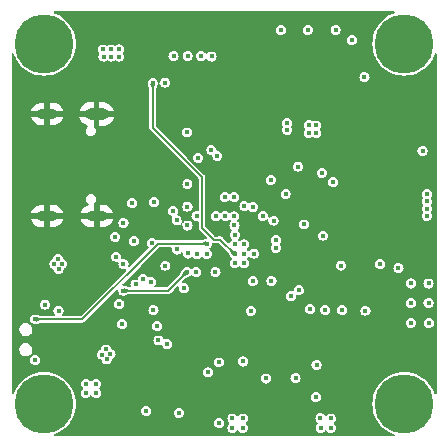
<source format=gbr>
%TF.GenerationSoftware,KiCad,Pcbnew,7.0.9*%
%TF.CreationDate,2023-12-01T13:28:00+08:00*%
%TF.ProjectId,NewSkyF7-Air,4e657753-6b79-4463-972d-4169722e6b69,rev?*%
%TF.SameCoordinates,Original*%
%TF.FileFunction,Copper,L2,Inr*%
%TF.FilePolarity,Positive*%
%FSLAX46Y46*%
G04 Gerber Fmt 4.6, Leading zero omitted, Abs format (unit mm)*
G04 Created by KiCad (PCBNEW 7.0.9) date 2023-12-01 13:28:00*
%MOMM*%
%LPD*%
G01*
G04 APERTURE LIST*
%TA.AperFunction,ComponentPad*%
%ADD10O,2.000000X1.000000*%
%TD*%
%TA.AperFunction,ComponentPad*%
%ADD11O,1.800000X0.900000*%
%TD*%
%TA.AperFunction,ComponentPad*%
%ADD12C,5.000000*%
%TD*%
%TA.AperFunction,ViaPad*%
%ADD13C,0.450000*%
%TD*%
%TA.AperFunction,Conductor*%
%ADD14C,0.156500*%
%TD*%
G04 APERTURE END LIST*
D10*
%TO.N,GND*%
%TO.C,U4*%
X107990000Y-71803250D03*
D11*
X108020000Y-80458250D03*
X103810000Y-71803250D03*
X103810000Y-80453250D03*
%TD*%
D12*
%TO.N,*%
%TO.C,J35*%
X103550000Y-65860000D03*
X103550000Y-96360000D03*
X134050000Y-65860000D03*
X134050000Y-96360000D03*
%TD*%
D13*
%TO.N,VCC*%
X108580000Y-66950000D03*
X126590000Y-73420000D03*
X125960000Y-72770000D03*
X109910000Y-66950000D03*
X125950000Y-73420000D03*
X109230000Y-66350000D03*
X108565000Y-66350000D03*
X109895000Y-66350000D03*
X126580000Y-72780000D03*
X125580000Y-81160000D03*
X111020000Y-79370000D03*
X109245000Y-66950000D03*
X135590000Y-74920000D03*
%TO.N,GND*%
X111730000Y-68460000D03*
X128700000Y-91760000D03*
X129650000Y-70380000D03*
X128370000Y-76360000D03*
X109000000Y-86160000D03*
X118060000Y-90860000D03*
X117240000Y-85210000D03*
X127280000Y-79940000D03*
X120430000Y-85950000D03*
X122000000Y-85970000D03*
X131270000Y-84500000D03*
X128480000Y-71370000D03*
X128650000Y-75710000D03*
X112150000Y-70260000D03*
X105720000Y-87320000D03*
X121860000Y-90100000D03*
X110120000Y-91400000D03*
X128070000Y-88420000D03*
X121150000Y-96180000D03*
X118110000Y-81250000D03*
X115520000Y-92500000D03*
X104800000Y-69740000D03*
X129100000Y-86510000D03*
X105690000Y-72620000D03*
X111730000Y-67600000D03*
X127990000Y-81100000D03*
X135560000Y-76000000D03*
X122280000Y-69860000D03*
X122910000Y-75300000D03*
X134210000Y-91930000D03*
X126410000Y-91970000D03*
X118100000Y-82910000D03*
X131330000Y-94120000D03*
X130010000Y-88460000D03*
X109550000Y-83200000D03*
X134130000Y-69230000D03*
X105720000Y-88457500D03*
X120460000Y-69140000D03*
X120840000Y-90920000D03*
X113260000Y-70470000D03*
X119820000Y-77390000D03*
X133950000Y-72040000D03*
X101940000Y-69530000D03*
X130050000Y-95560000D03*
X134860000Y-72090000D03*
X135210000Y-77030000D03*
X122960000Y-89170000D03*
X106770000Y-69540000D03*
X122960000Y-87490000D03*
X116400000Y-88630000D03*
X118100000Y-82050000D03*
X112230000Y-71910000D03*
X126660000Y-85990000D03*
X113250000Y-71830000D03*
%TO.N,+5V*%
X119490000Y-98380000D03*
X107970000Y-95440000D03*
X107970000Y-94660000D03*
X120380000Y-98370000D03*
X104780000Y-84920000D03*
X104420000Y-84510000D03*
X104740000Y-84060000D03*
X107090000Y-94640000D03*
X112860000Y-79260000D03*
X119490000Y-97580000D03*
X107070000Y-95450000D03*
X105070000Y-84500000D03*
X120380000Y-97590000D03*
X104770000Y-88457500D03*
%TO.N,+3V3*%
X110170000Y-89592500D03*
X130670000Y-68700000D03*
X102790000Y-92650000D03*
X109170000Y-92150000D03*
X132010000Y-84510000D03*
X130760000Y-88460000D03*
X126070000Y-88330000D03*
X108810000Y-91750000D03*
X118060000Y-85210000D03*
X103600000Y-87950000D03*
X121060000Y-88480000D03*
X124130000Y-72600000D03*
X128790000Y-88430000D03*
X119700000Y-82830000D03*
X125075000Y-76265000D03*
X109910000Y-87902500D03*
X119630000Y-80480000D03*
X121220000Y-85970000D03*
X136100000Y-87820000D03*
X124135000Y-73150000D03*
X116430000Y-85200000D03*
X119690000Y-82040000D03*
X136110000Y-89510000D03*
X109560000Y-82220000D03*
X109660000Y-83890000D03*
X113130000Y-89790000D03*
X136100000Y-86160000D03*
X133550000Y-84860000D03*
X119670000Y-81250000D03*
X110270000Y-84510000D03*
X108840000Y-92590000D03*
X122800000Y-85940000D03*
X108480000Y-92180000D03*
%TO.N,+12V*%
X135950000Y-80436668D03*
X135950000Y-79820000D03*
X135950000Y-78586668D03*
X126960000Y-98390000D03*
X127830000Y-98370000D03*
X126950000Y-97570000D03*
X127820000Y-97590000D03*
X135950000Y-79203334D03*
%TO.N,Net-(U2C-VCAP_1)*%
X118900000Y-80440000D03*
%TO.N,Net-(U2C-VCAP_2)*%
X118120000Y-80460000D03*
%TO.N,/Devices/Plugs/OSD-IN*%
X118330000Y-92840000D03*
X118370000Y-97990000D03*
%TO.N,Net-(D4-K)*%
X134600000Y-89490000D03*
%TO.N,Net-(D5-K)*%
X134620000Y-86160000D03*
%TO.N,Net-(D6-K)*%
X134600000Y-87820000D03*
%TO.N,/Devices/IMU.icm42688_CS*%
X114470000Y-80040000D03*
X111140000Y-82570000D03*
%TO.N,/Devices/IMU.icm42688_CLK*%
X112660000Y-82740000D03*
X114770000Y-80820000D03*
%TO.N,/Devices/USART.RX1*%
X112190000Y-96930000D03*
X111290000Y-86240000D03*
%TO.N,/Devices/USART.TX1*%
X114960000Y-97110000D03*
X111940000Y-85790000D03*
%TO.N,/Devices/Plugs/OSD-OUT*%
X126620000Y-93060000D03*
X126560000Y-95780000D03*
%TO.N,ADC_CUL*%
X112750000Y-69210000D03*
X119680000Y-83650000D03*
%TO.N,/Devices/USART.RX5*%
X116460000Y-80460000D03*
X116590000Y-75510000D03*
%TO.N,/Devices/USART.TX4*%
X117430000Y-93690000D03*
X119690000Y-84460000D03*
%TO.N,/Devices/USART.RX4*%
X120390000Y-92760000D03*
X120480000Y-84450000D03*
%TO.N,VCC_Voltage*%
X120470000Y-82850000D03*
%TO.N,/Devices/BOOT0*%
X102800000Y-89200000D03*
X117330000Y-82780000D03*
%TO.N,Net-(U5-~{RESET})*%
X127350000Y-88420000D03*
%TO.N,/Devices/PB10*%
X122070000Y-80460000D03*
%TO.N,/Devices/PB11*%
X122980000Y-80840000D03*
%TO.N,/Devices/PD14*%
X121240000Y-79660000D03*
%TO.N,/Devices/PB0*%
X123190000Y-82500000D03*
%TO.N,/Devices/PB1*%
X123170000Y-83150000D03*
%TO.N,/Devices/OSD.OSD_CLK*%
X121300000Y-83630000D03*
X127140000Y-82110000D03*
%TO.N,/Devices/OSD.OSD_CS*%
X120460000Y-83650000D03*
X128660000Y-84640000D03*
%TO.N,/Devices/PC8*%
X119660000Y-78850000D03*
%TO.N,/Devices/PD15*%
X120510000Y-79630000D03*
%TO.N,/Devices/IMU.BMI270_CS*%
X116500000Y-83660000D03*
X115390000Y-86570000D03*
%TO.N,/Devices/IMU.BMI270_EXIT*%
X110260000Y-86770000D03*
X115630000Y-85190000D03*
%TO.N,/Devices/IMU.BMI270_MISO*%
X112580000Y-86060000D03*
X117320000Y-83640000D03*
%TO.N,/Devices/USART.TX2*%
X122360000Y-94200000D03*
X124450000Y-87220000D03*
%TO.N,/Devices/IMU.BMI270_CLK*%
X113820000Y-84650000D03*
X112810000Y-88430000D03*
%TO.N,/Devices/USART.RX3*%
X115690000Y-79650000D03*
X113780000Y-69150000D03*
%TO.N,/Devices/USART.RX2*%
X125110000Y-86730000D03*
X124840000Y-94190000D03*
%TO.N,/Devices/USART.TX3*%
X115660000Y-73370000D03*
X115683718Y-77760000D03*
%TO.N,/Devices/SPI2.Flash_MOSI*%
X122740000Y-77400000D03*
X127070000Y-76780000D03*
%TO.N,/Devices/SPI2.Flash_MISO*%
X128030000Y-77580000D03*
X124000000Y-78580000D03*
%TO.N,/Devices/IMU.icm42688_EXIT*%
X115690000Y-81250000D03*
X110270000Y-81030000D03*
%TO.N,/Devices/PA10*%
X117710000Y-74860000D03*
%TO.N,/Devices/PC9*%
X118840000Y-78840000D03*
%TO.N,/Devices/PA8*%
X118220000Y-75350000D03*
%TO.N,/Devices/PWM_Control5*%
X123590000Y-64700000D03*
%TO.N,/Devices/PWM_Control6*%
X125880000Y-64680000D03*
%TO.N,/Devices/PWM_Control7*%
X128230000Y-64700000D03*
%TO.N,/Devices/PWM_Control8*%
X129600000Y-65560000D03*
%TO.N,/Devices/PWM_Control4*%
X117730000Y-66940000D03*
%TO.N,/Devices/PWM_Control3*%
X116840000Y-66880000D03*
%TO.N,/Devices/PWM_Control2*%
X115700000Y-66880000D03*
%TO.N,/Devices/PWM_Control1*%
X114510000Y-66920000D03*
%TO.N,I2C1.SDA*%
X113230000Y-90980000D03*
X114780000Y-83282750D03*
%TO.N,I2C1.SCL*%
X115720000Y-83620000D03*
X113950000Y-91280000D03*
%TD*%
D14*
%TO.N,ADC_CUL*%
X119680000Y-83650000D02*
X118483250Y-82453250D01*
X118483250Y-82453250D02*
X117932968Y-82453250D01*
X112750000Y-72990000D02*
X112750000Y-69210000D01*
X117932968Y-82453250D02*
X116920000Y-81440282D01*
X116920000Y-81440282D02*
X116920000Y-77160000D01*
X116920000Y-77160000D02*
X112750000Y-72990000D01*
%TO.N,/Devices/BOOT0*%
X106770282Y-89200000D02*
X102800000Y-89200000D01*
X117330000Y-82780000D02*
X113190282Y-82780000D01*
X113190282Y-82780000D02*
X106770282Y-89200000D01*
%TO.N,/Devices/IMU.BMI270_EXIT*%
X114050000Y-86770000D02*
X110260000Y-86770000D01*
X115630000Y-85190000D02*
X114050000Y-86770000D01*
%TD*%
%TA.AperFunction,Conductor*%
%TO.N,/Devices/IMU.BMI270_EXIT*%
G36*
X115432378Y-85108092D02*
G01*
X115626169Y-85187435D01*
X115632527Y-85193741D01*
X115632564Y-85193830D01*
X115711906Y-85387620D01*
X115711869Y-85396575D01*
X115706095Y-85402623D01*
X115374588Y-85559990D01*
X115365645Y-85560442D01*
X115361298Y-85557693D01*
X115262306Y-85458701D01*
X115258879Y-85450428D01*
X115260008Y-85445414D01*
X115417376Y-85113903D01*
X115424020Y-85107899D01*
X115432378Y-85108092D01*
G37*
%TD.AperFunction*%
%TD*%
%TA.AperFunction,Conductor*%
%TO.N,/Devices/BOOT0*%
G36*
X103242227Y-89118981D02*
G01*
X103248870Y-89124985D01*
X103250000Y-89130002D01*
X103250000Y-89269997D01*
X103246573Y-89278270D01*
X103242226Y-89281019D01*
X102896539Y-89404155D01*
X102887596Y-89403703D01*
X102881822Y-89397655D01*
X102800893Y-89204519D01*
X102800857Y-89195568D01*
X102881823Y-89002342D01*
X102888180Y-88996038D01*
X102896539Y-88995844D01*
X103242227Y-89118981D01*
G37*
%TD.AperFunction*%
%TD*%
%TA.AperFunction,Conductor*%
%TO.N,ADC_CUL*%
G36*
X119424586Y-83280008D02*
G01*
X119624778Y-83375039D01*
X119756095Y-83437376D01*
X119762100Y-83444020D01*
X119761906Y-83452379D01*
X119682564Y-83646169D01*
X119676258Y-83652527D01*
X119676169Y-83652564D01*
X119482379Y-83731906D01*
X119473424Y-83731869D01*
X119467376Y-83726095D01*
X119405039Y-83594778D01*
X119310008Y-83394587D01*
X119309557Y-83385645D01*
X119312304Y-83381300D01*
X119411299Y-83282305D01*
X119419571Y-83278879D01*
X119424586Y-83280008D01*
G37*
%TD.AperFunction*%
%TD*%
%TA.AperFunction,Conductor*%
%TO.N,/Devices/IMU.BMI270_EXIT*%
G36*
X110702227Y-86688981D02*
G01*
X110708870Y-86694985D01*
X110710000Y-86700002D01*
X110710000Y-86839997D01*
X110706573Y-86848270D01*
X110702226Y-86851019D01*
X110356539Y-86974155D01*
X110347596Y-86973703D01*
X110341822Y-86967655D01*
X110260893Y-86774519D01*
X110260857Y-86765568D01*
X110341823Y-86572342D01*
X110348180Y-86566038D01*
X110356539Y-86565844D01*
X110702227Y-86688981D01*
G37*
%TD.AperFunction*%
%TD*%
%TA.AperFunction,Conductor*%
%TO.N,GND*%
G36*
X133208193Y-63128087D02*
G01*
X133244157Y-63177587D01*
X133244157Y-63238773D01*
X133208193Y-63288273D01*
X133179455Y-63302697D01*
X133090637Y-63330373D01*
X132792716Y-63464457D01*
X132513140Y-63633467D01*
X132255970Y-63834947D01*
X132255967Y-63834949D01*
X132024949Y-64065967D01*
X132024947Y-64065970D01*
X131823467Y-64323140D01*
X131654457Y-64602716D01*
X131520373Y-64900637D01*
X131423178Y-65212548D01*
X131423178Y-65212549D01*
X131364289Y-65533894D01*
X131344564Y-65859993D01*
X131344564Y-65860006D01*
X131364289Y-66186105D01*
X131423178Y-66507450D01*
X131423178Y-66507451D01*
X131519597Y-66816872D01*
X131520373Y-66819361D01*
X131639084Y-67083127D01*
X131654457Y-67117283D01*
X131823467Y-67396859D01*
X131823469Y-67396862D01*
X131823470Y-67396863D01*
X132024952Y-67654036D01*
X132255964Y-67885048D01*
X132513137Y-68086530D01*
X132792721Y-68255545D01*
X133090639Y-68389627D01*
X133402547Y-68486821D01*
X133616779Y-68526080D01*
X133723895Y-68545710D01*
X133723892Y-68545710D01*
X134049994Y-68565436D01*
X134050000Y-68565436D01*
X134050006Y-68565436D01*
X134376105Y-68545710D01*
X134456441Y-68530987D01*
X134697453Y-68486821D01*
X135009361Y-68389627D01*
X135307279Y-68255545D01*
X135586863Y-68086530D01*
X135844036Y-67885048D01*
X136075048Y-67654036D01*
X136276530Y-67396863D01*
X136445545Y-67117279D01*
X136579627Y-66819361D01*
X136604663Y-66739016D01*
X136640026Y-66689086D01*
X136697984Y-66669477D01*
X136756399Y-66687680D01*
X136792958Y-66736742D01*
X136798180Y-66768470D01*
X136798180Y-95451529D01*
X136779273Y-95509720D01*
X136729773Y-95545684D01*
X136668587Y-95545684D01*
X136619087Y-95509720D01*
X136604663Y-95480982D01*
X136579626Y-95400637D01*
X136541927Y-95316874D01*
X136445545Y-95102721D01*
X136330987Y-94913219D01*
X136276532Y-94823140D01*
X136253020Y-94793129D01*
X136075048Y-94565964D01*
X135844036Y-94334952D01*
X135586863Y-94133470D01*
X135586862Y-94133469D01*
X135586859Y-94133467D01*
X135307283Y-93964457D01*
X135009362Y-93830373D01*
X134697450Y-93733178D01*
X134376104Y-93674289D01*
X134376107Y-93674289D01*
X134050006Y-93654564D01*
X134049994Y-93654564D01*
X133723894Y-93674289D01*
X133402549Y-93733178D01*
X133402548Y-93733178D01*
X133090637Y-93830373D01*
X132792716Y-93964457D01*
X132513140Y-94133467D01*
X132255970Y-94334947D01*
X132255967Y-94334949D01*
X132024949Y-94565967D01*
X132024947Y-94565970D01*
X131823467Y-94823140D01*
X131654457Y-95102716D01*
X131520373Y-95400637D01*
X131423178Y-95712548D01*
X131423178Y-95712549D01*
X131364289Y-96033894D01*
X131344564Y-96359993D01*
X131344564Y-96360006D01*
X131364289Y-96686105D01*
X131423178Y-97007450D01*
X131423178Y-97007451D01*
X131520373Y-97319362D01*
X131583007Y-97458528D01*
X131633176Y-97570000D01*
X131654457Y-97617283D01*
X131823467Y-97896859D01*
X131823469Y-97896862D01*
X131823470Y-97896863D01*
X132024952Y-98154036D01*
X132255964Y-98385048D01*
X132513137Y-98586530D01*
X132513140Y-98586532D01*
X132764573Y-98738529D01*
X132792721Y-98755545D01*
X133090639Y-98889627D01*
X133170983Y-98914663D01*
X133220914Y-98950026D01*
X133240523Y-99007984D01*
X133222320Y-99066399D01*
X133173258Y-99102958D01*
X133141530Y-99108180D01*
X104458470Y-99108180D01*
X104400279Y-99089273D01*
X104364315Y-99039773D01*
X104364315Y-98978587D01*
X104400279Y-98929087D01*
X104429017Y-98914663D01*
X104509361Y-98889627D01*
X104807279Y-98755545D01*
X105086863Y-98586530D01*
X105344036Y-98385048D01*
X105575048Y-98154036D01*
X105703562Y-97990000D01*
X117939196Y-97990000D01*
X117960281Y-98123127D01*
X117960282Y-98123129D01*
X118021470Y-98243217D01*
X118021472Y-98243220D01*
X118116780Y-98338528D01*
X118236874Y-98399719D01*
X118370000Y-98420804D01*
X118503126Y-98399719D01*
X118541827Y-98380000D01*
X119059196Y-98380000D01*
X119080281Y-98513127D01*
X119080282Y-98513129D01*
X119141470Y-98633217D01*
X119141472Y-98633220D01*
X119236780Y-98728528D01*
X119356874Y-98789719D01*
X119490000Y-98810804D01*
X119623126Y-98789719D01*
X119743220Y-98728528D01*
X119838528Y-98633220D01*
X119849339Y-98612001D01*
X119892600Y-98568739D01*
X119953032Y-98559167D01*
X120007549Y-98586943D01*
X120025754Y-98611999D01*
X120031472Y-98623220D01*
X120126780Y-98718528D01*
X120246874Y-98779719D01*
X120380000Y-98800804D01*
X120513126Y-98779719D01*
X120633220Y-98718528D01*
X120728528Y-98623220D01*
X120789719Y-98503126D01*
X120810804Y-98370000D01*
X120789719Y-98236874D01*
X120728528Y-98116780D01*
X120661749Y-98050001D01*
X120633974Y-97995487D01*
X120643545Y-97935055D01*
X120661748Y-97909999D01*
X120728528Y-97843220D01*
X120789719Y-97723126D01*
X120810804Y-97590000D01*
X120807636Y-97570000D01*
X126519196Y-97570000D01*
X126540281Y-97703127D01*
X126540282Y-97703129D01*
X126600979Y-97822253D01*
X126601472Y-97823220D01*
X126693250Y-97914998D01*
X126721026Y-97969513D01*
X126711455Y-98029945D01*
X126693251Y-98055000D01*
X126631472Y-98116780D01*
X126611470Y-98136782D01*
X126550282Y-98256870D01*
X126550281Y-98256872D01*
X126529196Y-98389999D01*
X126529196Y-98390000D01*
X126550281Y-98523127D01*
X126550282Y-98523129D01*
X126611470Y-98643217D01*
X126611472Y-98643220D01*
X126706780Y-98738528D01*
X126826874Y-98799719D01*
X126960000Y-98820804D01*
X127093126Y-98799719D01*
X127213220Y-98738528D01*
X127308528Y-98643220D01*
X127312464Y-98635494D01*
X127355725Y-98592231D01*
X127416156Y-98582657D01*
X127470674Y-98610433D01*
X127480764Y-98622245D01*
X127481470Y-98623217D01*
X127481472Y-98623220D01*
X127576780Y-98718528D01*
X127696874Y-98779719D01*
X127830000Y-98800804D01*
X127963126Y-98779719D01*
X128083220Y-98718528D01*
X128178528Y-98623220D01*
X128239719Y-98503126D01*
X128260804Y-98370000D01*
X128239719Y-98236874D01*
X128178528Y-98116780D01*
X128106749Y-98045001D01*
X128078974Y-97990487D01*
X128088545Y-97930055D01*
X128106748Y-97904999D01*
X128168528Y-97843220D01*
X128229719Y-97723126D01*
X128250804Y-97590000D01*
X128229719Y-97456874D01*
X128219528Y-97436874D01*
X128168529Y-97336782D01*
X128168528Y-97336780D01*
X128073220Y-97241472D01*
X128073217Y-97241470D01*
X127953129Y-97180282D01*
X127953127Y-97180281D01*
X127820000Y-97159196D01*
X127686872Y-97180281D01*
X127686870Y-97180282D01*
X127566782Y-97241470D01*
X127471467Y-97336785D01*
X127470760Y-97337759D01*
X127469787Y-97338465D01*
X127465963Y-97342290D01*
X127465356Y-97341683D01*
X127421256Y-97373718D01*
X127360071Y-97373711D01*
X127310574Y-97337743D01*
X127302466Y-97324509D01*
X127298528Y-97316780D01*
X127203220Y-97221472D01*
X127203217Y-97221470D01*
X127083129Y-97160282D01*
X127083127Y-97160281D01*
X126950000Y-97139196D01*
X126816872Y-97160281D01*
X126816870Y-97160282D01*
X126696782Y-97221470D01*
X126601470Y-97316782D01*
X126540282Y-97436870D01*
X126540281Y-97436872D01*
X126519196Y-97569999D01*
X126519196Y-97570000D01*
X120807636Y-97570000D01*
X120789719Y-97456874D01*
X120779528Y-97436874D01*
X120728529Y-97336782D01*
X120728528Y-97336780D01*
X120633220Y-97241472D01*
X120633217Y-97241470D01*
X120513129Y-97180282D01*
X120513127Y-97180281D01*
X120380000Y-97159196D01*
X120246872Y-97180281D01*
X120246870Y-97180282D01*
X120126782Y-97241470D01*
X120031472Y-97336780D01*
X120025755Y-97348000D01*
X119982488Y-97391263D01*
X119922056Y-97400831D01*
X119867540Y-97373051D01*
X119849340Y-97348000D01*
X119838528Y-97326780D01*
X119743220Y-97231472D01*
X119743217Y-97231470D01*
X119623129Y-97170282D01*
X119623127Y-97170281D01*
X119490000Y-97149196D01*
X119356872Y-97170281D01*
X119356870Y-97170282D01*
X119236782Y-97231470D01*
X119141470Y-97326782D01*
X119080282Y-97446870D01*
X119080281Y-97446872D01*
X119059196Y-97579999D01*
X119059196Y-97580000D01*
X119080281Y-97713127D01*
X119080282Y-97713129D01*
X119141470Y-97833217D01*
X119141472Y-97833220D01*
X119218250Y-97909998D01*
X119246026Y-97964513D01*
X119236455Y-98024945D01*
X119218251Y-98050000D01*
X119151472Y-98116780D01*
X119141470Y-98126782D01*
X119080282Y-98246870D01*
X119080281Y-98246872D01*
X119059196Y-98379999D01*
X119059196Y-98380000D01*
X118541827Y-98380000D01*
X118623220Y-98338528D01*
X118718528Y-98243220D01*
X118779719Y-98123126D01*
X118800804Y-97990000D01*
X118779719Y-97856874D01*
X118718528Y-97736780D01*
X118623220Y-97641472D01*
X118623217Y-97641470D01*
X118503129Y-97580282D01*
X118503127Y-97580281D01*
X118370000Y-97559196D01*
X118236872Y-97580281D01*
X118236870Y-97580282D01*
X118116782Y-97641470D01*
X118021470Y-97736782D01*
X117960282Y-97856870D01*
X117960281Y-97856872D01*
X117939196Y-97989999D01*
X117939196Y-97990000D01*
X105703562Y-97990000D01*
X105776530Y-97896863D01*
X105945545Y-97617279D01*
X106079627Y-97319361D01*
X106176821Y-97007453D01*
X106191015Y-96930000D01*
X111759196Y-96930000D01*
X111780281Y-97063127D01*
X111780282Y-97063129D01*
X111839975Y-97180282D01*
X111841472Y-97183220D01*
X111936780Y-97278528D01*
X112056874Y-97339719D01*
X112190000Y-97360804D01*
X112323126Y-97339719D01*
X112443220Y-97278528D01*
X112538528Y-97183220D01*
X112575835Y-97110000D01*
X114529196Y-97110000D01*
X114550281Y-97243127D01*
X114550282Y-97243129D01*
X114603717Y-97348000D01*
X114611472Y-97363220D01*
X114706780Y-97458528D01*
X114826874Y-97519719D01*
X114960000Y-97540804D01*
X115093126Y-97519719D01*
X115213220Y-97458528D01*
X115308528Y-97363220D01*
X115369719Y-97243126D01*
X115390804Y-97110000D01*
X115369719Y-96976874D01*
X115345835Y-96930000D01*
X115308529Y-96856782D01*
X115308528Y-96856780D01*
X115213220Y-96761472D01*
X115213217Y-96761470D01*
X115093129Y-96700282D01*
X115093127Y-96700281D01*
X114960000Y-96679196D01*
X114826872Y-96700281D01*
X114826870Y-96700282D01*
X114706782Y-96761470D01*
X114611470Y-96856782D01*
X114550282Y-96976870D01*
X114550281Y-96976872D01*
X114529196Y-97109999D01*
X114529196Y-97110000D01*
X112575835Y-97110000D01*
X112599719Y-97063126D01*
X112620804Y-96930000D01*
X112599719Y-96796874D01*
X112538528Y-96676780D01*
X112443220Y-96581472D01*
X112443217Y-96581470D01*
X112323129Y-96520282D01*
X112323127Y-96520281D01*
X112190000Y-96499196D01*
X112056872Y-96520281D01*
X112056870Y-96520282D01*
X111936782Y-96581470D01*
X111841470Y-96676782D01*
X111780282Y-96796870D01*
X111780281Y-96796872D01*
X111759196Y-96929999D01*
X111759196Y-96930000D01*
X106191015Y-96930000D01*
X106235710Y-96686104D01*
X106242039Y-96581470D01*
X106255436Y-96360006D01*
X106255436Y-96359993D01*
X106235710Y-96033894D01*
X106203791Y-95859717D01*
X106176821Y-95712547D01*
X106095008Y-95450000D01*
X106639196Y-95450000D01*
X106660281Y-95583127D01*
X106660282Y-95583129D01*
X106721470Y-95703217D01*
X106721472Y-95703220D01*
X106816780Y-95798528D01*
X106936874Y-95859719D01*
X107070000Y-95880804D01*
X107203126Y-95859719D01*
X107323220Y-95798528D01*
X107418528Y-95703220D01*
X107434339Y-95672188D01*
X107477601Y-95628926D01*
X107538033Y-95619354D01*
X107592550Y-95647130D01*
X107610756Y-95672189D01*
X107621472Y-95693220D01*
X107716780Y-95788528D01*
X107836874Y-95849719D01*
X107970000Y-95870804D01*
X108103126Y-95849719D01*
X108223220Y-95788528D01*
X108231748Y-95780000D01*
X126129196Y-95780000D01*
X126150281Y-95913127D01*
X126150282Y-95913129D01*
X126211470Y-96033217D01*
X126211472Y-96033220D01*
X126306780Y-96128528D01*
X126426874Y-96189719D01*
X126560000Y-96210804D01*
X126693126Y-96189719D01*
X126813220Y-96128528D01*
X126908528Y-96033220D01*
X126969719Y-95913126D01*
X126990804Y-95780000D01*
X126969719Y-95646874D01*
X126908528Y-95526780D01*
X126813220Y-95431472D01*
X126813217Y-95431470D01*
X126693129Y-95370282D01*
X126693127Y-95370281D01*
X126560000Y-95349196D01*
X126426872Y-95370281D01*
X126426870Y-95370282D01*
X126306782Y-95431470D01*
X126211470Y-95526782D01*
X126150282Y-95646870D01*
X126150281Y-95646872D01*
X126129196Y-95779999D01*
X126129196Y-95780000D01*
X108231748Y-95780000D01*
X108318528Y-95693220D01*
X108379719Y-95573126D01*
X108400804Y-95440000D01*
X108379719Y-95306874D01*
X108318528Y-95186780D01*
X108251749Y-95120001D01*
X108223974Y-95065487D01*
X108233545Y-95005055D01*
X108251748Y-94979999D01*
X108318528Y-94913220D01*
X108379719Y-94793126D01*
X108400804Y-94660000D01*
X108379719Y-94526874D01*
X108369528Y-94506874D01*
X108318529Y-94406782D01*
X108318528Y-94406780D01*
X108223220Y-94311472D01*
X108223217Y-94311470D01*
X108103129Y-94250282D01*
X108103127Y-94250281D01*
X107970000Y-94229196D01*
X107836872Y-94250281D01*
X107836870Y-94250282D01*
X107716782Y-94311470D01*
X107621470Y-94406782D01*
X107616894Y-94413082D01*
X107614875Y-94411615D01*
X107580027Y-94446454D01*
X107519593Y-94456017D01*
X107465081Y-94428231D01*
X107446886Y-94403183D01*
X107438529Y-94386782D01*
X107438528Y-94386780D01*
X107343220Y-94291472D01*
X107343217Y-94291470D01*
X107223129Y-94230282D01*
X107223127Y-94230281D01*
X107090000Y-94209196D01*
X106956872Y-94230281D01*
X106956870Y-94230282D01*
X106836782Y-94291470D01*
X106741470Y-94386782D01*
X106680282Y-94506870D01*
X106680281Y-94506872D01*
X106659196Y-94639999D01*
X106659196Y-94640000D01*
X106680281Y-94773127D01*
X106680282Y-94773129D01*
X106739009Y-94888387D01*
X106741472Y-94893220D01*
X106813250Y-94964998D01*
X106841026Y-95019513D01*
X106831455Y-95079945D01*
X106813251Y-95105000D01*
X106731472Y-95186780D01*
X106721470Y-95196782D01*
X106660282Y-95316870D01*
X106660281Y-95316872D01*
X106639196Y-95449999D01*
X106639196Y-95450000D01*
X106095008Y-95450000D01*
X106079627Y-95400639D01*
X105945545Y-95102721D01*
X105830987Y-94913219D01*
X105776532Y-94823140D01*
X105753020Y-94793129D01*
X105575048Y-94565964D01*
X105344036Y-94334952D01*
X105171782Y-94200000D01*
X121929196Y-94200000D01*
X121950281Y-94333127D01*
X121950282Y-94333129D01*
X122011470Y-94453217D01*
X122011472Y-94453220D01*
X122106780Y-94548528D01*
X122226874Y-94609719D01*
X122360000Y-94630804D01*
X122493126Y-94609719D01*
X122613220Y-94548528D01*
X122708528Y-94453220D01*
X122769719Y-94333126D01*
X122790804Y-94200000D01*
X122789220Y-94190000D01*
X124409196Y-94190000D01*
X124430281Y-94323127D01*
X124430282Y-94323129D01*
X124491470Y-94443217D01*
X124491472Y-94443220D01*
X124586780Y-94538528D01*
X124706874Y-94599719D01*
X124840000Y-94620804D01*
X124973126Y-94599719D01*
X125093220Y-94538528D01*
X125188528Y-94443220D01*
X125249719Y-94323126D01*
X125270804Y-94190000D01*
X125249719Y-94056874D01*
X125188528Y-93936780D01*
X125093220Y-93841472D01*
X125093217Y-93841470D01*
X124973129Y-93780282D01*
X124973127Y-93780281D01*
X124840000Y-93759196D01*
X124706872Y-93780281D01*
X124706870Y-93780282D01*
X124586782Y-93841470D01*
X124491470Y-93936782D01*
X124430282Y-94056870D01*
X124430281Y-94056872D01*
X124409196Y-94189999D01*
X124409196Y-94190000D01*
X122789220Y-94190000D01*
X122769719Y-94066874D01*
X122755276Y-94038529D01*
X122708529Y-93946782D01*
X122708528Y-93946780D01*
X122613220Y-93851472D01*
X122613217Y-93851470D01*
X122493129Y-93790282D01*
X122493127Y-93790281D01*
X122360000Y-93769196D01*
X122226872Y-93790281D01*
X122226870Y-93790282D01*
X122106782Y-93851470D01*
X122011470Y-93946782D01*
X121950282Y-94066870D01*
X121950281Y-94066872D01*
X121929196Y-94199999D01*
X121929196Y-94200000D01*
X105171782Y-94200000D01*
X105086863Y-94133470D01*
X105086862Y-94133469D01*
X105086859Y-94133467D01*
X104807283Y-93964457D01*
X104509362Y-93830373D01*
X104197450Y-93733178D01*
X103961836Y-93690000D01*
X116999196Y-93690000D01*
X117020281Y-93823127D01*
X117020282Y-93823129D01*
X117081470Y-93943217D01*
X117081472Y-93943220D01*
X117176780Y-94038528D01*
X117296874Y-94099719D01*
X117430000Y-94120804D01*
X117563126Y-94099719D01*
X117683220Y-94038528D01*
X117778528Y-93943220D01*
X117839719Y-93823126D01*
X117860804Y-93690000D01*
X117839719Y-93556874D01*
X117778528Y-93436780D01*
X117683220Y-93341472D01*
X117683217Y-93341470D01*
X117563129Y-93280282D01*
X117563127Y-93280281D01*
X117430000Y-93259196D01*
X117296872Y-93280281D01*
X117296870Y-93280282D01*
X117176782Y-93341470D01*
X117081470Y-93436782D01*
X117020282Y-93556870D01*
X117020281Y-93556872D01*
X116999196Y-93689999D01*
X116999196Y-93690000D01*
X103961836Y-93690000D01*
X103876104Y-93674289D01*
X103876107Y-93674289D01*
X103550006Y-93654564D01*
X103549994Y-93654564D01*
X103223894Y-93674289D01*
X102902549Y-93733178D01*
X102902548Y-93733178D01*
X102590637Y-93830373D01*
X102292716Y-93964457D01*
X102013140Y-94133467D01*
X101755970Y-94334947D01*
X101755967Y-94334949D01*
X101524949Y-94565967D01*
X101524947Y-94565970D01*
X101323467Y-94823140D01*
X101154457Y-95102716D01*
X101020373Y-95400637D01*
X100992697Y-95489454D01*
X100957334Y-95539385D01*
X100899376Y-95558994D01*
X100840961Y-95540791D01*
X100804402Y-95491729D01*
X100799180Y-95460001D01*
X100799180Y-92650000D01*
X102359196Y-92650000D01*
X102380281Y-92783127D01*
X102380282Y-92783129D01*
X102436329Y-92893127D01*
X102441472Y-92903220D01*
X102536780Y-92998528D01*
X102656874Y-93059719D01*
X102790000Y-93080804D01*
X102923126Y-93059719D01*
X103043220Y-92998528D01*
X103138528Y-92903220D01*
X103199719Y-92783126D01*
X103220804Y-92650000D01*
X103199719Y-92516874D01*
X103138528Y-92396780D01*
X103043220Y-92301472D01*
X103043217Y-92301470D01*
X102923129Y-92240282D01*
X102923127Y-92240281D01*
X102790000Y-92219196D01*
X102656874Y-92240281D01*
X102536780Y-92301472D01*
X102536778Y-92301473D01*
X102536736Y-92301495D01*
X102526222Y-92303160D01*
X102514184Y-92324067D01*
X102441473Y-92396778D01*
X102441470Y-92396782D01*
X102380282Y-92516870D01*
X102380281Y-92516872D01*
X102359196Y-92649999D01*
X102359196Y-92650000D01*
X100799180Y-92650000D01*
X100799180Y-91807921D01*
X101455619Y-91807921D01*
X101486406Y-91956079D01*
X101486406Y-91956081D01*
X101486407Y-91956084D01*
X101486408Y-91956085D01*
X101533451Y-92046874D01*
X101556030Y-92090448D01*
X101637115Y-92177269D01*
X101659320Y-92201044D01*
X101788618Y-92279672D01*
X101934335Y-92320500D01*
X101934336Y-92320500D01*
X102047652Y-92320500D01*
X102047658Y-92320500D01*
X102159920Y-92305070D01*
X102298720Y-92244780D01*
X102378344Y-92180000D01*
X108049196Y-92180000D01*
X108070281Y-92313127D01*
X108070282Y-92313129D01*
X108129975Y-92430282D01*
X108131472Y-92433220D01*
X108226780Y-92528528D01*
X108226782Y-92528529D01*
X108346867Y-92589716D01*
X108346870Y-92589716D01*
X108346874Y-92589719D01*
X108346878Y-92589719D01*
X108354281Y-92592125D01*
X108353196Y-92595463D01*
X108394194Y-92616328D01*
X108421998Y-92670831D01*
X108422005Y-92670877D01*
X108430281Y-92723127D01*
X108430282Y-92723129D01*
X108489831Y-92840000D01*
X108491472Y-92843220D01*
X108586780Y-92938528D01*
X108586782Y-92938529D01*
X108704536Y-92998528D01*
X108706874Y-92999719D01*
X108840000Y-93020804D01*
X108973126Y-92999719D01*
X109093220Y-92938528D01*
X109188528Y-92843220D01*
X109190169Y-92840000D01*
X117899196Y-92840000D01*
X117920281Y-92973127D01*
X117920282Y-92973129D01*
X117981470Y-93093217D01*
X117981472Y-93093220D01*
X118076780Y-93188528D01*
X118196874Y-93249719D01*
X118330000Y-93270804D01*
X118463126Y-93249719D01*
X118583220Y-93188528D01*
X118678528Y-93093220D01*
X118739719Y-92973126D01*
X118760804Y-92840000D01*
X118748133Y-92760000D01*
X119959196Y-92760000D01*
X119980281Y-92893127D01*
X119980282Y-92893129D01*
X120041470Y-93013217D01*
X120041472Y-93013220D01*
X120136780Y-93108528D01*
X120256874Y-93169719D01*
X120390000Y-93190804D01*
X120523126Y-93169719D01*
X120643220Y-93108528D01*
X120691748Y-93060000D01*
X126189196Y-93060000D01*
X126210281Y-93193127D01*
X126210282Y-93193129D01*
X126254689Y-93280282D01*
X126271472Y-93313220D01*
X126366780Y-93408528D01*
X126486874Y-93469719D01*
X126620000Y-93490804D01*
X126753126Y-93469719D01*
X126873220Y-93408528D01*
X126968528Y-93313220D01*
X127029719Y-93193126D01*
X127050804Y-93060000D01*
X127050759Y-93059719D01*
X127037045Y-92973129D01*
X127029719Y-92926874D01*
X126968528Y-92806780D01*
X126873220Y-92711472D01*
X126873217Y-92711470D01*
X126753129Y-92650282D01*
X126753127Y-92650281D01*
X126620000Y-92629196D01*
X126486872Y-92650281D01*
X126486870Y-92650282D01*
X126366782Y-92711470D01*
X126271470Y-92806782D01*
X126210282Y-92926870D01*
X126210281Y-92926872D01*
X126189196Y-93059999D01*
X126189196Y-93060000D01*
X120691748Y-93060000D01*
X120738528Y-93013220D01*
X120799719Y-92893126D01*
X120820804Y-92760000D01*
X120799719Y-92626874D01*
X120782013Y-92592125D01*
X120738529Y-92506782D01*
X120738528Y-92506780D01*
X120643220Y-92411472D01*
X120643217Y-92411470D01*
X120523129Y-92350282D01*
X120523127Y-92350281D01*
X120390000Y-92329196D01*
X120256872Y-92350281D01*
X120256870Y-92350282D01*
X120136782Y-92411470D01*
X120041470Y-92506782D01*
X119980282Y-92626870D01*
X119980281Y-92626872D01*
X119959196Y-92759999D01*
X119959196Y-92760000D01*
X118748133Y-92760000D01*
X118739719Y-92706874D01*
X118678528Y-92586780D01*
X118583220Y-92491472D01*
X118583217Y-92491470D01*
X118463129Y-92430282D01*
X118463127Y-92430281D01*
X118330000Y-92409196D01*
X118196872Y-92430281D01*
X118196870Y-92430282D01*
X118076782Y-92491470D01*
X117981470Y-92586782D01*
X117920282Y-92706870D01*
X117920281Y-92706872D01*
X117899196Y-92839999D01*
X117899196Y-92840000D01*
X109190169Y-92840000D01*
X109249719Y-92723126D01*
X109265292Y-92624796D01*
X109293069Y-92570281D01*
X109318122Y-92552077D01*
X109423220Y-92498528D01*
X109518528Y-92403220D01*
X109579719Y-92283126D01*
X109600804Y-92150000D01*
X109579719Y-92016874D01*
X109518528Y-91896780D01*
X109423220Y-91801472D01*
X109423217Y-91801470D01*
X109303129Y-91740282D01*
X109295718Y-91737874D01*
X109296641Y-91735033D01*
X109254145Y-91713379D01*
X109226369Y-91658863D01*
X109219719Y-91616875D01*
X109219716Y-91616867D01*
X109158529Y-91496782D01*
X109158528Y-91496780D01*
X109063220Y-91401472D01*
X109063217Y-91401470D01*
X108943129Y-91340282D01*
X108943127Y-91340281D01*
X108810000Y-91319196D01*
X108676872Y-91340281D01*
X108676870Y-91340282D01*
X108556782Y-91401470D01*
X108461470Y-91496782D01*
X108400282Y-91616870D01*
X108400281Y-91616872D01*
X108386430Y-91704324D01*
X108358652Y-91758841D01*
X108333595Y-91777046D01*
X108226781Y-91831471D01*
X108131470Y-91926782D01*
X108070282Y-92046870D01*
X108070281Y-92046872D01*
X108049196Y-92179999D01*
X108049196Y-92180000D01*
X102378344Y-92180000D01*
X102381702Y-92177268D01*
X102403501Y-92168843D01*
X102403581Y-92168340D01*
X102412778Y-92155217D01*
X102412203Y-92154811D01*
X102457636Y-92090447D01*
X102503377Y-92025647D01*
X102554054Y-91883056D01*
X102564381Y-91732079D01*
X102563929Y-91729906D01*
X102533593Y-91583920D01*
X102533593Y-91583918D01*
X102533592Y-91583916D01*
X102533592Y-91583915D01*
X102463971Y-91449553D01*
X102361918Y-91340282D01*
X102360681Y-91338957D01*
X102360680Y-91338956D01*
X102231382Y-91260328D01*
X102231381Y-91260327D01*
X102231380Y-91260327D01*
X102085665Y-91219500D01*
X101972342Y-91219500D01*
X101860079Y-91234929D01*
X101721281Y-91295219D01*
X101603889Y-91390724D01*
X101516623Y-91514352D01*
X101465945Y-91656943D01*
X101455619Y-91807921D01*
X100799180Y-91807921D01*
X100799180Y-90980000D01*
X112799196Y-90980000D01*
X112820281Y-91113127D01*
X112820282Y-91113129D01*
X112837474Y-91146870D01*
X112881472Y-91233220D01*
X112976780Y-91328528D01*
X112976782Y-91328529D01*
X113053910Y-91367828D01*
X113096874Y-91389719D01*
X113230000Y-91410804D01*
X113363126Y-91389719D01*
X113406089Y-91367827D01*
X113466521Y-91358256D01*
X113521038Y-91386033D01*
X113539244Y-91411092D01*
X113601470Y-91533217D01*
X113601472Y-91533220D01*
X113696780Y-91628528D01*
X113816874Y-91689719D01*
X113950000Y-91710804D01*
X114083126Y-91689719D01*
X114203220Y-91628528D01*
X114298528Y-91533220D01*
X114359719Y-91413126D01*
X114380804Y-91280000D01*
X114359719Y-91146874D01*
X114298528Y-91026780D01*
X114203220Y-90931472D01*
X114203217Y-90931470D01*
X114083129Y-90870282D01*
X114083127Y-90870281D01*
X113950000Y-90849196D01*
X113816872Y-90870281D01*
X113773908Y-90892172D01*
X113713476Y-90901743D01*
X113658959Y-90873965D01*
X113640754Y-90848907D01*
X113639719Y-90846876D01*
X113639719Y-90846874D01*
X113578528Y-90726780D01*
X113483220Y-90631472D01*
X113483217Y-90631470D01*
X113363129Y-90570282D01*
X113363127Y-90570281D01*
X113230000Y-90549196D01*
X113096872Y-90570281D01*
X113096870Y-90570282D01*
X112976782Y-90631470D01*
X112881470Y-90726782D01*
X112820282Y-90846870D01*
X112820281Y-90846872D01*
X112799196Y-90979999D01*
X112799196Y-90980000D01*
X100799180Y-90980000D01*
X100799180Y-90107921D01*
X101455619Y-90107921D01*
X101486406Y-90256079D01*
X101486406Y-90256081D01*
X101486407Y-90256084D01*
X101486408Y-90256085D01*
X101556029Y-90390447D01*
X101659320Y-90501044D01*
X101788618Y-90579672D01*
X101934335Y-90620500D01*
X101934336Y-90620500D01*
X102047652Y-90620500D01*
X102047658Y-90620500D01*
X102159920Y-90605070D01*
X102298720Y-90544780D01*
X102416108Y-90449278D01*
X102503377Y-90325647D01*
X102554054Y-90183056D01*
X102564381Y-90032079D01*
X102548767Y-89956943D01*
X102533593Y-89883920D01*
X102533593Y-89883918D01*
X102533592Y-89883916D01*
X102533592Y-89883915D01*
X102463971Y-89749553D01*
X102408818Y-89690499D01*
X102389885Y-89649977D01*
X102361941Y-89639723D01*
X102360680Y-89638956D01*
X102231382Y-89560328D01*
X102231381Y-89560327D01*
X102231380Y-89560327D01*
X102085665Y-89519500D01*
X101972342Y-89519500D01*
X101860079Y-89534929D01*
X101721281Y-89595219D01*
X101603889Y-89690724D01*
X101516623Y-89814352D01*
X101465945Y-89956943D01*
X101455619Y-90107921D01*
X100799180Y-90107921D01*
X100799180Y-89200000D01*
X102369196Y-89200000D01*
X102390281Y-89333127D01*
X102390282Y-89333129D01*
X102451470Y-89453217D01*
X102451472Y-89453220D01*
X102483385Y-89485133D01*
X102505585Y-89528705D01*
X102538749Y-89546322D01*
X102540475Y-89543947D01*
X102546778Y-89548526D01*
X102546780Y-89548528D01*
X102666874Y-89609719D01*
X102800000Y-89630804D01*
X102933126Y-89609719D01*
X102938565Y-89606947D01*
X102960988Y-89599804D01*
X102960767Y-89598917D01*
X102965485Y-89597741D01*
X102965495Y-89597740D01*
X102980206Y-89592500D01*
X109739196Y-89592500D01*
X109760281Y-89725627D01*
X109760282Y-89725629D01*
X109817807Y-89838528D01*
X109821472Y-89845720D01*
X109916780Y-89941028D01*
X110036874Y-90002219D01*
X110170000Y-90023304D01*
X110303126Y-90002219D01*
X110423220Y-89941028D01*
X110518528Y-89845720D01*
X110546919Y-89790000D01*
X112699196Y-89790000D01*
X112720281Y-89923127D01*
X112720282Y-89923129D01*
X112771324Y-90023304D01*
X112781472Y-90043220D01*
X112876780Y-90138528D01*
X112996874Y-90199719D01*
X113130000Y-90220804D01*
X113263126Y-90199719D01*
X113383220Y-90138528D01*
X113478528Y-90043220D01*
X113539719Y-89923126D01*
X113560804Y-89790000D01*
X113539719Y-89656874D01*
X113478528Y-89536780D01*
X113431748Y-89490000D01*
X134169196Y-89490000D01*
X134190281Y-89623127D01*
X134190282Y-89623129D01*
X134251470Y-89743217D01*
X134251472Y-89743220D01*
X134346780Y-89838528D01*
X134466874Y-89899719D01*
X134600000Y-89920804D01*
X134733126Y-89899719D01*
X134853220Y-89838528D01*
X134948528Y-89743220D01*
X135009719Y-89623126D01*
X135027636Y-89510000D01*
X135679196Y-89510000D01*
X135700281Y-89643127D01*
X135700282Y-89643129D01*
X135751281Y-89743220D01*
X135761472Y-89763220D01*
X135856780Y-89858528D01*
X135976874Y-89919719D01*
X136110000Y-89940804D01*
X136243126Y-89919719D01*
X136363220Y-89858528D01*
X136458528Y-89763220D01*
X136519719Y-89643126D01*
X136540804Y-89510000D01*
X136519719Y-89376874D01*
X136509528Y-89356874D01*
X136458529Y-89256782D01*
X136458528Y-89256780D01*
X136363220Y-89161472D01*
X136363217Y-89161470D01*
X136243129Y-89100282D01*
X136243127Y-89100281D01*
X136110000Y-89079196D01*
X135976872Y-89100281D01*
X135976870Y-89100282D01*
X135856782Y-89161470D01*
X135761470Y-89256782D01*
X135700282Y-89376870D01*
X135700281Y-89376872D01*
X135679196Y-89509999D01*
X135679196Y-89510000D01*
X135027636Y-89510000D01*
X135030804Y-89490000D01*
X135029097Y-89479225D01*
X135023118Y-89441472D01*
X135009719Y-89356874D01*
X134948528Y-89236780D01*
X134853220Y-89141472D01*
X134853217Y-89141470D01*
X134733129Y-89080282D01*
X134733127Y-89080281D01*
X134600000Y-89059196D01*
X134466872Y-89080281D01*
X134466870Y-89080282D01*
X134346782Y-89141470D01*
X134251470Y-89236782D01*
X134190282Y-89356870D01*
X134190281Y-89356872D01*
X134169196Y-89489999D01*
X134169196Y-89490000D01*
X113431748Y-89490000D01*
X113383220Y-89441472D01*
X113383217Y-89441470D01*
X113263129Y-89380282D01*
X113263127Y-89380281D01*
X113130000Y-89359196D01*
X112996872Y-89380281D01*
X112996870Y-89380282D01*
X112876782Y-89441470D01*
X112781470Y-89536782D01*
X112720282Y-89656870D01*
X112720281Y-89656872D01*
X112699196Y-89789999D01*
X112699196Y-89790000D01*
X110546919Y-89790000D01*
X110579719Y-89725626D01*
X110600804Y-89592500D01*
X110579719Y-89459374D01*
X110518528Y-89339280D01*
X110423220Y-89243972D01*
X110423217Y-89243970D01*
X110303129Y-89182782D01*
X110303127Y-89182781D01*
X110170000Y-89161696D01*
X110036872Y-89182781D01*
X110036870Y-89182782D01*
X109916782Y-89243970D01*
X109821470Y-89339282D01*
X109760282Y-89459370D01*
X109760281Y-89459372D01*
X109739196Y-89592499D01*
X109739196Y-89592500D01*
X102980206Y-89592500D01*
X103283429Y-89484490D01*
X103316649Y-89478750D01*
X106712545Y-89478750D01*
X106719391Y-89479225D01*
X106731102Y-89480858D01*
X106731104Y-89480859D01*
X106731105Y-89480858D01*
X106731106Y-89480859D01*
X106746910Y-89480128D01*
X106775578Y-89478802D01*
X106777857Y-89478750D01*
X106796105Y-89478750D01*
X106796110Y-89478750D01*
X106799106Y-89478189D01*
X106805898Y-89477400D01*
X106835207Y-89476046D01*
X106842784Y-89472699D01*
X106864580Y-89465950D01*
X106872722Y-89464429D01*
X106897663Y-89448985D01*
X106903702Y-89445801D01*
X106930543Y-89433951D01*
X106936396Y-89428096D01*
X106954294Y-89413921D01*
X106961327Y-89409567D01*
X106978999Y-89386164D01*
X106983496Y-89380997D01*
X107934493Y-88430000D01*
X112379196Y-88430000D01*
X112400281Y-88563127D01*
X112400282Y-88563129D01*
X112461470Y-88683217D01*
X112461472Y-88683220D01*
X112556780Y-88778528D01*
X112676874Y-88839719D01*
X112810000Y-88860804D01*
X112943126Y-88839719D01*
X113063220Y-88778528D01*
X113158528Y-88683220D01*
X113219719Y-88563126D01*
X113232885Y-88480000D01*
X120629196Y-88480000D01*
X120650281Y-88613127D01*
X120650282Y-88613129D01*
X120701281Y-88713220D01*
X120711472Y-88733220D01*
X120806780Y-88828528D01*
X120926874Y-88889719D01*
X121060000Y-88910804D01*
X121193126Y-88889719D01*
X121313220Y-88828528D01*
X121408528Y-88733220D01*
X121469719Y-88613126D01*
X121490804Y-88480000D01*
X121469719Y-88346874D01*
X121461121Y-88330000D01*
X125639196Y-88330000D01*
X125660281Y-88463127D01*
X125660282Y-88463129D01*
X125711234Y-88563127D01*
X125721472Y-88583220D01*
X125816780Y-88678528D01*
X125936874Y-88739719D01*
X126070000Y-88760804D01*
X126203126Y-88739719D01*
X126323220Y-88678528D01*
X126418528Y-88583220D01*
X126479719Y-88463126D01*
X126486549Y-88420000D01*
X126919196Y-88420000D01*
X126940281Y-88553127D01*
X126940282Y-88553129D01*
X126970853Y-88613127D01*
X127001472Y-88673220D01*
X127096780Y-88768528D01*
X127096782Y-88768529D01*
X127214536Y-88828528D01*
X127216874Y-88829719D01*
X127350000Y-88850804D01*
X127483126Y-88829719D01*
X127603220Y-88768528D01*
X127698528Y-88673220D01*
X127759719Y-88553126D01*
X127779220Y-88430000D01*
X128359196Y-88430000D01*
X128380281Y-88563127D01*
X128380282Y-88563129D01*
X128441470Y-88683217D01*
X128441472Y-88683220D01*
X128536780Y-88778528D01*
X128656874Y-88839719D01*
X128790000Y-88860804D01*
X128923126Y-88839719D01*
X129043220Y-88778528D01*
X129138528Y-88683220D01*
X129199719Y-88563126D01*
X129216052Y-88460000D01*
X130329196Y-88460000D01*
X130350281Y-88593127D01*
X130350282Y-88593129D01*
X130410198Y-88710720D01*
X130411472Y-88713220D01*
X130506780Y-88808528D01*
X130626874Y-88869719D01*
X130760000Y-88890804D01*
X130893126Y-88869719D01*
X131013220Y-88808528D01*
X131108528Y-88713220D01*
X131169719Y-88593126D01*
X131190804Y-88460000D01*
X131169719Y-88326874D01*
X131155276Y-88298529D01*
X131120216Y-88229719D01*
X131108528Y-88206780D01*
X131013220Y-88111472D01*
X131013217Y-88111470D01*
X130893129Y-88050282D01*
X130893127Y-88050281D01*
X130760000Y-88029196D01*
X130626872Y-88050281D01*
X130626870Y-88050282D01*
X130506782Y-88111470D01*
X130411470Y-88206782D01*
X130350282Y-88326870D01*
X130350281Y-88326872D01*
X130329196Y-88459999D01*
X130329196Y-88460000D01*
X129216052Y-88460000D01*
X129220804Y-88430000D01*
X129199719Y-88296874D01*
X129138528Y-88176780D01*
X129043220Y-88081472D01*
X129043217Y-88081470D01*
X128923129Y-88020282D01*
X128923127Y-88020281D01*
X128790000Y-87999196D01*
X128656872Y-88020281D01*
X128656870Y-88020282D01*
X128536782Y-88081470D01*
X128441470Y-88176782D01*
X128380282Y-88296870D01*
X128380281Y-88296872D01*
X128359196Y-88429999D01*
X128359196Y-88430000D01*
X127779220Y-88430000D01*
X127780804Y-88420000D01*
X127759719Y-88286874D01*
X127698528Y-88166780D01*
X127603220Y-88071472D01*
X127603217Y-88071470D01*
X127483129Y-88010282D01*
X127483127Y-88010281D01*
X127350000Y-87989196D01*
X127216872Y-88010281D01*
X127216870Y-88010282D01*
X127096782Y-88071470D01*
X127001470Y-88166782D01*
X126940282Y-88286870D01*
X126940281Y-88286872D01*
X126919196Y-88419999D01*
X126919196Y-88420000D01*
X126486549Y-88420000D01*
X126500804Y-88330000D01*
X126497987Y-88312217D01*
X126496835Y-88304945D01*
X126479719Y-88196874D01*
X126465276Y-88168529D01*
X126418529Y-88076782D01*
X126418528Y-88076780D01*
X126323220Y-87981472D01*
X126323217Y-87981470D01*
X126203129Y-87920282D01*
X126203127Y-87920281D01*
X126070000Y-87899196D01*
X125936872Y-87920281D01*
X125936870Y-87920282D01*
X125816782Y-87981470D01*
X125721470Y-88076782D01*
X125660282Y-88196870D01*
X125660281Y-88196872D01*
X125639196Y-88329999D01*
X125639196Y-88330000D01*
X121461121Y-88330000D01*
X121459528Y-88326874D01*
X121408529Y-88226782D01*
X121408528Y-88226780D01*
X121313220Y-88131472D01*
X121313217Y-88131470D01*
X121193129Y-88070282D01*
X121193127Y-88070281D01*
X121060000Y-88049196D01*
X120926872Y-88070281D01*
X120926870Y-88070282D01*
X120806782Y-88131470D01*
X120711470Y-88226782D01*
X120650282Y-88346870D01*
X120650281Y-88346872D01*
X120629196Y-88479999D01*
X120629196Y-88480000D01*
X113232885Y-88480000D01*
X113240804Y-88430000D01*
X113219719Y-88296874D01*
X113158528Y-88176780D01*
X113063220Y-88081472D01*
X113063217Y-88081470D01*
X112943129Y-88020282D01*
X112943127Y-88020281D01*
X112810000Y-87999196D01*
X112676872Y-88020281D01*
X112676870Y-88020282D01*
X112556782Y-88081470D01*
X112461470Y-88176782D01*
X112400282Y-88296870D01*
X112400281Y-88296872D01*
X112379196Y-88429999D01*
X112379196Y-88430000D01*
X107934493Y-88430000D01*
X108461993Y-87902500D01*
X109479196Y-87902500D01*
X109500281Y-88035627D01*
X109500282Y-88035629D01*
X109538925Y-88111470D01*
X109561472Y-88155720D01*
X109656780Y-88251028D01*
X109776874Y-88312219D01*
X109910000Y-88333304D01*
X110043126Y-88312219D01*
X110163220Y-88251028D01*
X110258528Y-88155720D01*
X110319719Y-88035626D01*
X110340804Y-87902500D01*
X110327737Y-87820000D01*
X134169196Y-87820000D01*
X134190281Y-87953127D01*
X134190282Y-87953129D01*
X134249975Y-88070282D01*
X134251472Y-88073220D01*
X134346780Y-88168528D01*
X134466874Y-88229719D01*
X134600000Y-88250804D01*
X134733126Y-88229719D01*
X134853220Y-88168528D01*
X134948528Y-88073220D01*
X135009719Y-87953126D01*
X135030804Y-87820000D01*
X135669196Y-87820000D01*
X135690281Y-87953127D01*
X135690282Y-87953129D01*
X135749975Y-88070282D01*
X135751472Y-88073220D01*
X135846780Y-88168528D01*
X135966874Y-88229719D01*
X136100000Y-88250804D01*
X136233126Y-88229719D01*
X136353220Y-88168528D01*
X136448528Y-88073220D01*
X136509719Y-87953126D01*
X136530804Y-87820000D01*
X136509719Y-87686874D01*
X136448528Y-87566780D01*
X136353220Y-87471472D01*
X136353217Y-87471470D01*
X136233129Y-87410282D01*
X136233127Y-87410281D01*
X136100000Y-87389196D01*
X135966872Y-87410281D01*
X135966870Y-87410282D01*
X135846782Y-87471470D01*
X135751470Y-87566782D01*
X135690282Y-87686870D01*
X135690281Y-87686872D01*
X135669196Y-87819999D01*
X135669196Y-87820000D01*
X135030804Y-87820000D01*
X135009719Y-87686874D01*
X134948528Y-87566780D01*
X134853220Y-87471472D01*
X134853217Y-87471470D01*
X134733129Y-87410282D01*
X134733127Y-87410281D01*
X134600000Y-87389196D01*
X134466872Y-87410281D01*
X134466870Y-87410282D01*
X134346782Y-87471470D01*
X134251470Y-87566782D01*
X134190282Y-87686870D01*
X134190281Y-87686872D01*
X134169196Y-87819999D01*
X134169196Y-87820000D01*
X110327737Y-87820000D01*
X110319719Y-87769374D01*
X110282731Y-87696782D01*
X110277681Y-87686870D01*
X110258528Y-87649280D01*
X110163220Y-87553972D01*
X110163217Y-87553970D01*
X110043129Y-87492782D01*
X110043127Y-87492781D01*
X109910000Y-87471696D01*
X109776872Y-87492781D01*
X109776870Y-87492782D01*
X109656782Y-87553970D01*
X109561470Y-87649282D01*
X109500282Y-87769370D01*
X109500281Y-87769372D01*
X109479196Y-87902499D01*
X109479196Y-87902500D01*
X108461993Y-87902500D01*
X109144493Y-87220000D01*
X124019196Y-87220000D01*
X124040281Y-87353127D01*
X124040282Y-87353129D01*
X124069403Y-87410282D01*
X124101472Y-87473220D01*
X124196780Y-87568528D01*
X124316874Y-87629719D01*
X124450000Y-87650804D01*
X124583126Y-87629719D01*
X124703220Y-87568528D01*
X124798528Y-87473220D01*
X124859719Y-87353126D01*
X124880072Y-87224619D01*
X124907849Y-87170104D01*
X124962366Y-87142326D01*
X124993334Y-87142326D01*
X125110000Y-87160804D01*
X125243126Y-87139719D01*
X125363220Y-87078528D01*
X125458528Y-86983220D01*
X125519719Y-86863126D01*
X125540804Y-86730000D01*
X125519719Y-86596874D01*
X125506025Y-86569999D01*
X125458529Y-86476782D01*
X125458528Y-86476780D01*
X125363220Y-86381472D01*
X125363217Y-86381470D01*
X125243129Y-86320282D01*
X125243127Y-86320281D01*
X125110000Y-86299196D01*
X124976872Y-86320281D01*
X124976870Y-86320282D01*
X124856782Y-86381470D01*
X124761470Y-86476782D01*
X124700282Y-86596870D01*
X124700281Y-86596872D01*
X124679927Y-86725380D01*
X124652149Y-86779896D01*
X124597632Y-86807673D01*
X124566660Y-86807673D01*
X124450000Y-86789196D01*
X124316872Y-86810281D01*
X124316870Y-86810282D01*
X124196782Y-86871470D01*
X124101470Y-86966782D01*
X124040282Y-87086870D01*
X124040281Y-87086872D01*
X124019196Y-87219999D01*
X124019196Y-87220000D01*
X109144493Y-87220000D01*
X109660192Y-86704301D01*
X109714709Y-86676524D01*
X109775141Y-86686095D01*
X109818406Y-86729360D01*
X109826375Y-86762557D01*
X109827977Y-86762304D01*
X109850281Y-86903127D01*
X109850282Y-86903129D01*
X109911470Y-87023217D01*
X109911472Y-87023220D01*
X110006780Y-87118528D01*
X110006782Y-87118529D01*
X110108003Y-87170104D01*
X110126874Y-87179719D01*
X110260000Y-87200804D01*
X110393126Y-87179719D01*
X110398565Y-87176947D01*
X110420988Y-87169804D01*
X110420767Y-87168917D01*
X110425485Y-87167741D01*
X110425495Y-87167740D01*
X110743429Y-87054490D01*
X110776649Y-87048750D01*
X113992263Y-87048750D01*
X113999109Y-87049225D01*
X114010820Y-87050858D01*
X114010822Y-87050859D01*
X114010823Y-87050858D01*
X114010824Y-87050859D01*
X114026628Y-87050128D01*
X114055296Y-87048802D01*
X114057575Y-87048750D01*
X114075823Y-87048750D01*
X114075828Y-87048750D01*
X114078824Y-87048189D01*
X114085616Y-87047400D01*
X114114925Y-87046046D01*
X114122502Y-87042699D01*
X114144298Y-87035950D01*
X114152440Y-87034429D01*
X114177381Y-87018985D01*
X114183420Y-87015801D01*
X114210261Y-87003951D01*
X114216114Y-86998096D01*
X114234012Y-86983921D01*
X114241045Y-86979567D01*
X114258717Y-86956164D01*
X114263214Y-86950997D01*
X114528116Y-86686095D01*
X114803026Y-86411184D01*
X114857541Y-86383409D01*
X114917973Y-86392980D01*
X114961238Y-86436245D01*
X114970809Y-86496677D01*
X114959196Y-86569999D01*
X114959196Y-86570000D01*
X114980281Y-86703127D01*
X114980282Y-86703129D01*
X115041470Y-86823217D01*
X115041472Y-86823220D01*
X115136780Y-86918528D01*
X115256874Y-86979719D01*
X115390000Y-87000804D01*
X115523126Y-86979719D01*
X115643220Y-86918528D01*
X115738528Y-86823220D01*
X115799719Y-86703126D01*
X115820804Y-86570000D01*
X115820759Y-86569719D01*
X115808331Y-86491250D01*
X115799719Y-86436874D01*
X115766796Y-86372260D01*
X115738529Y-86316782D01*
X115738528Y-86316780D01*
X115643220Y-86221472D01*
X115643217Y-86221470D01*
X115523129Y-86160282D01*
X115523127Y-86160281D01*
X115390000Y-86139196D01*
X115389999Y-86139196D01*
X115316677Y-86150809D01*
X115256245Y-86141238D01*
X115212980Y-86097973D01*
X115203409Y-86037541D01*
X115231184Y-85983026D01*
X115244210Y-85970000D01*
X120789196Y-85970000D01*
X120810281Y-86103127D01*
X120810282Y-86103129D01*
X120870241Y-86220804D01*
X120871472Y-86223220D01*
X120966780Y-86318528D01*
X120966782Y-86318529D01*
X121081072Y-86376763D01*
X121086874Y-86379719D01*
X121220000Y-86400804D01*
X121353126Y-86379719D01*
X121473220Y-86318528D01*
X121568528Y-86223220D01*
X121629719Y-86103126D01*
X121650804Y-85970000D01*
X121646052Y-85940000D01*
X122369196Y-85940000D01*
X122390281Y-86073127D01*
X122390282Y-86073129D01*
X122451470Y-86193217D01*
X122451472Y-86193220D01*
X122546780Y-86288528D01*
X122666874Y-86349719D01*
X122800000Y-86370804D01*
X122933126Y-86349719D01*
X123053220Y-86288528D01*
X123148528Y-86193220D01*
X123165454Y-86160000D01*
X134189196Y-86160000D01*
X134210281Y-86293127D01*
X134210282Y-86293129D01*
X134271470Y-86413217D01*
X134271472Y-86413220D01*
X134366780Y-86508528D01*
X134486874Y-86569719D01*
X134620000Y-86590804D01*
X134753126Y-86569719D01*
X134873220Y-86508528D01*
X134968528Y-86413220D01*
X135029719Y-86293126D01*
X135050804Y-86160000D01*
X135669196Y-86160000D01*
X135690281Y-86293127D01*
X135690282Y-86293129D01*
X135751470Y-86413217D01*
X135751472Y-86413220D01*
X135846780Y-86508528D01*
X135966874Y-86569719D01*
X136100000Y-86590804D01*
X136233126Y-86569719D01*
X136353220Y-86508528D01*
X136448528Y-86413220D01*
X136509719Y-86293126D01*
X136530804Y-86160000D01*
X136509719Y-86026874D01*
X136448528Y-85906780D01*
X136353220Y-85811472D01*
X136353217Y-85811470D01*
X136233129Y-85750282D01*
X136233127Y-85750281D01*
X136100000Y-85729196D01*
X135966872Y-85750281D01*
X135966870Y-85750282D01*
X135846782Y-85811470D01*
X135751470Y-85906782D01*
X135690282Y-86026870D01*
X135690281Y-86026872D01*
X135669196Y-86159999D01*
X135669196Y-86160000D01*
X135050804Y-86160000D01*
X135029719Y-86026874D01*
X134968528Y-85906780D01*
X134873220Y-85811472D01*
X134873217Y-85811470D01*
X134753129Y-85750282D01*
X134753127Y-85750281D01*
X134620000Y-85729196D01*
X134486872Y-85750281D01*
X134486870Y-85750282D01*
X134366782Y-85811470D01*
X134271470Y-85906782D01*
X134210282Y-86026870D01*
X134210281Y-86026872D01*
X134189196Y-86159999D01*
X134189196Y-86160000D01*
X123165454Y-86160000D01*
X123209719Y-86073126D01*
X123230804Y-85940000D01*
X123209719Y-85806874D01*
X123148528Y-85686780D01*
X123053220Y-85591472D01*
X123053217Y-85591470D01*
X122933129Y-85530282D01*
X122933127Y-85530281D01*
X122800000Y-85509196D01*
X122666872Y-85530281D01*
X122666870Y-85530282D01*
X122546782Y-85591470D01*
X122451470Y-85686782D01*
X122390282Y-85806870D01*
X122390281Y-85806872D01*
X122369196Y-85939999D01*
X122369196Y-85940000D01*
X121646052Y-85940000D01*
X121629719Y-85836874D01*
X121605835Y-85790000D01*
X121568529Y-85716782D01*
X121568528Y-85716780D01*
X121473220Y-85621472D01*
X121473217Y-85621470D01*
X121353129Y-85560282D01*
X121353127Y-85560281D01*
X121220000Y-85539196D01*
X121086872Y-85560281D01*
X121086870Y-85560282D01*
X120966782Y-85621470D01*
X120871470Y-85716782D01*
X120810282Y-85836870D01*
X120810281Y-85836872D01*
X120789196Y-85969999D01*
X120789196Y-85970000D01*
X115244210Y-85970000D01*
X115461783Y-85752427D01*
X115489324Y-85733002D01*
X115794221Y-85588268D01*
X115808598Y-85577874D01*
X115821637Y-85569905D01*
X115883220Y-85538528D01*
X115954998Y-85466749D01*
X116009513Y-85438974D01*
X116069945Y-85448545D01*
X116095000Y-85466748D01*
X116176780Y-85548528D01*
X116296874Y-85609719D01*
X116430000Y-85630804D01*
X116563126Y-85609719D01*
X116683220Y-85548528D01*
X116778528Y-85453220D01*
X116839719Y-85333126D01*
X116859220Y-85210000D01*
X117629196Y-85210000D01*
X117650281Y-85343127D01*
X117650282Y-85343129D01*
X117711470Y-85463217D01*
X117711472Y-85463220D01*
X117806780Y-85558528D01*
X117806782Y-85558529D01*
X117893988Y-85602963D01*
X117926874Y-85619719D01*
X118060000Y-85640804D01*
X118193126Y-85619719D01*
X118313220Y-85558528D01*
X118408528Y-85463220D01*
X118469719Y-85343126D01*
X118490804Y-85210000D01*
X118469719Y-85076874D01*
X118408528Y-84956780D01*
X118313220Y-84861472D01*
X118313217Y-84861470D01*
X118193129Y-84800282D01*
X118193127Y-84800281D01*
X118060000Y-84779196D01*
X117926872Y-84800281D01*
X117926870Y-84800282D01*
X117806782Y-84861470D01*
X117711470Y-84956782D01*
X117650282Y-85076870D01*
X117650281Y-85076872D01*
X117629196Y-85209999D01*
X117629196Y-85210000D01*
X116859220Y-85210000D01*
X116860804Y-85200000D01*
X116839719Y-85066874D01*
X116805432Y-84999583D01*
X116778529Y-84946782D01*
X116778528Y-84946780D01*
X116683220Y-84851472D01*
X116683217Y-84851470D01*
X116563129Y-84790282D01*
X116563127Y-84790281D01*
X116430000Y-84769196D01*
X116296872Y-84790281D01*
X116296870Y-84790282D01*
X116176782Y-84851470D01*
X116176780Y-84851471D01*
X116176780Y-84851472D01*
X116105001Y-84923250D01*
X116050487Y-84951026D01*
X115990055Y-84941455D01*
X115964999Y-84923251D01*
X115883220Y-84841472D01*
X115883217Y-84841470D01*
X115763129Y-84780282D01*
X115763127Y-84780281D01*
X115630000Y-84759196D01*
X115496872Y-84780281D01*
X115496870Y-84780282D01*
X115376782Y-84841470D01*
X115281470Y-84936782D01*
X115249471Y-84999583D01*
X115240696Y-85013723D01*
X115231734Y-85025770D01*
X115231733Y-85025772D01*
X115086997Y-85330671D01*
X115067566Y-85358220D01*
X113963534Y-86462254D01*
X113909017Y-86490031D01*
X113893530Y-86491250D01*
X112989505Y-86491250D01*
X112931314Y-86472343D01*
X112895350Y-86422843D01*
X112895350Y-86361657D01*
X112919499Y-86322248D01*
X112928528Y-86313220D01*
X112989719Y-86193126D01*
X113010804Y-86060000D01*
X112989719Y-85926874D01*
X112928528Y-85806780D01*
X112833220Y-85711472D01*
X112833217Y-85711470D01*
X112713129Y-85650282D01*
X112713127Y-85650281D01*
X112580000Y-85629196D01*
X112446872Y-85650281D01*
X112441047Y-85652174D01*
X112379862Y-85652171D01*
X112330364Y-85616205D01*
X112322254Y-85602972D01*
X112288528Y-85536780D01*
X112193220Y-85441472D01*
X112193217Y-85441470D01*
X112073129Y-85380282D01*
X112073127Y-85380281D01*
X111940000Y-85359196D01*
X111806872Y-85380281D01*
X111806870Y-85380282D01*
X111686782Y-85441470D01*
X111591470Y-85536782D01*
X111530282Y-85656870D01*
X111530281Y-85656872D01*
X111516352Y-85744813D01*
X111488574Y-85799329D01*
X111434057Y-85827106D01*
X111403085Y-85827106D01*
X111290002Y-85809196D01*
X111290000Y-85809196D01*
X111156872Y-85830281D01*
X111156870Y-85830282D01*
X111036782Y-85891470D01*
X110941470Y-85986782D01*
X110880282Y-86106870D01*
X110880281Y-86106872D01*
X110859196Y-86239999D01*
X110859196Y-86240000D01*
X110880857Y-86376763D01*
X110871286Y-86437195D01*
X110828021Y-86480460D01*
X110783076Y-86491250D01*
X110776651Y-86491250D01*
X110743431Y-86485510D01*
X110425501Y-86372260D01*
X110421116Y-86371137D01*
X110421282Y-86370487D01*
X110398686Y-86363114D01*
X110393126Y-86360281D01*
X110393121Y-86360280D01*
X110252304Y-86337977D01*
X110252707Y-86335427D01*
X110206115Y-86320289D01*
X110170151Y-86270789D01*
X110170151Y-86209603D01*
X110194302Y-86170192D01*
X111714494Y-84650000D01*
X113389196Y-84650000D01*
X113410281Y-84783127D01*
X113410282Y-84783129D01*
X113469763Y-84899866D01*
X113471472Y-84903220D01*
X113566780Y-84998528D01*
X113566782Y-84998529D01*
X113673934Y-85053126D01*
X113686874Y-85059719D01*
X113820000Y-85080804D01*
X113953126Y-85059719D01*
X114073220Y-84998528D01*
X114168528Y-84903220D01*
X114229719Y-84783126D01*
X114250804Y-84650000D01*
X114249715Y-84643127D01*
X114243959Y-84606780D01*
X114229719Y-84516874D01*
X114168528Y-84396780D01*
X114073220Y-84301472D01*
X114073217Y-84301470D01*
X113953129Y-84240282D01*
X113953127Y-84240281D01*
X113820000Y-84219196D01*
X113686872Y-84240281D01*
X113686870Y-84240282D01*
X113566782Y-84301470D01*
X113471470Y-84396782D01*
X113410282Y-84516870D01*
X113410281Y-84516872D01*
X113389196Y-84649999D01*
X113389196Y-84650000D01*
X111714494Y-84650000D01*
X113276748Y-83087746D01*
X113331265Y-83059969D01*
X113346752Y-83058750D01*
X114268760Y-83058750D01*
X114326951Y-83077657D01*
X114362915Y-83127157D01*
X114366541Y-83173237D01*
X114349196Y-83282749D01*
X114349196Y-83282750D01*
X114370281Y-83415877D01*
X114370282Y-83415879D01*
X114421742Y-83516874D01*
X114431472Y-83535970D01*
X114526780Y-83631278D01*
X114646874Y-83692469D01*
X114780000Y-83713554D01*
X114913126Y-83692469D01*
X115033220Y-83631278D01*
X115120194Y-83544303D01*
X115174709Y-83516528D01*
X115235141Y-83526099D01*
X115278406Y-83569364D01*
X115289196Y-83614309D01*
X115289196Y-83620000D01*
X115310281Y-83753127D01*
X115310282Y-83753129D01*
X115368128Y-83866657D01*
X115371472Y-83873220D01*
X115466780Y-83968528D01*
X115466782Y-83968529D01*
X115573934Y-84023126D01*
X115586874Y-84029719D01*
X115720000Y-84050804D01*
X115853126Y-84029719D01*
X115973220Y-83968528D01*
X116019998Y-83921749D01*
X116074513Y-83893974D01*
X116134945Y-83903545D01*
X116160000Y-83921748D01*
X116246780Y-84008528D01*
X116366874Y-84069719D01*
X116500000Y-84090804D01*
X116633126Y-84069719D01*
X116753220Y-84008528D01*
X116848528Y-83913220D01*
X116848529Y-83913217D01*
X116849996Y-83911751D01*
X116904513Y-83883974D01*
X116964945Y-83893545D01*
X116990000Y-83911748D01*
X117066780Y-83988528D01*
X117186874Y-84049719D01*
X117320000Y-84070804D01*
X117453126Y-84049719D01*
X117573220Y-83988528D01*
X117668528Y-83893220D01*
X117729719Y-83773126D01*
X117750804Y-83640000D01*
X117729719Y-83506874D01*
X117725466Y-83498528D01*
X117668529Y-83386782D01*
X117668528Y-83386780D01*
X117573220Y-83291472D01*
X117573217Y-83291470D01*
X117567710Y-83285963D01*
X117569401Y-83284271D01*
X117540250Y-83244143D01*
X117540254Y-83182957D01*
X117576221Y-83133460D01*
X117577554Y-83132643D01*
X117583214Y-83128530D01*
X117583220Y-83128528D01*
X117678528Y-83033220D01*
X117739719Y-82913126D01*
X117755722Y-82812081D01*
X117783499Y-82757567D01*
X117838015Y-82729789D01*
X117871267Y-82733401D01*
X117871845Y-82730314D01*
X117880859Y-82731999D01*
X117880861Y-82732000D01*
X117889147Y-82732000D01*
X117911812Y-82734629D01*
X117919871Y-82736525D01*
X117944139Y-82733139D01*
X117948908Y-82732475D01*
X117955754Y-82732000D01*
X118326780Y-82732000D01*
X118384971Y-82750907D01*
X118396784Y-82760996D01*
X119117565Y-83481777D01*
X119136996Y-83509326D01*
X119281730Y-83814220D01*
X119281736Y-83814230D01*
X119292122Y-83828596D01*
X119300100Y-83841650D01*
X119331469Y-83903215D01*
X119331472Y-83903220D01*
X119418250Y-83989998D01*
X119446026Y-84044513D01*
X119436455Y-84104945D01*
X119418251Y-84130000D01*
X119370003Y-84178249D01*
X119341470Y-84206782D01*
X119280282Y-84326870D01*
X119280281Y-84326872D01*
X119259196Y-84459999D01*
X119259196Y-84460000D01*
X119280281Y-84593127D01*
X119280282Y-84593129D01*
X119341470Y-84713217D01*
X119341472Y-84713220D01*
X119436780Y-84808528D01*
X119556874Y-84869719D01*
X119690000Y-84890804D01*
X119823126Y-84869719D01*
X119943220Y-84808528D01*
X120019998Y-84731749D01*
X120074513Y-84703974D01*
X120134945Y-84713545D01*
X120160000Y-84731748D01*
X120226780Y-84798528D01*
X120226782Y-84798529D01*
X120344536Y-84858528D01*
X120346874Y-84859719D01*
X120480000Y-84880804D01*
X120613126Y-84859719D01*
X120733220Y-84798528D01*
X120828528Y-84703220D01*
X120860740Y-84640000D01*
X128229196Y-84640000D01*
X128250281Y-84773127D01*
X128250282Y-84773129D01*
X128305581Y-84881659D01*
X128311472Y-84893220D01*
X128406780Y-84988528D01*
X128526874Y-85049719D01*
X128660000Y-85070804D01*
X128793126Y-85049719D01*
X128913220Y-84988528D01*
X129008528Y-84893220D01*
X129069719Y-84773126D01*
X129090804Y-84640000D01*
X129089715Y-84633127D01*
X129083380Y-84593126D01*
X129070214Y-84510000D01*
X131579196Y-84510000D01*
X131600281Y-84643127D01*
X131600282Y-84643129D01*
X131661470Y-84763217D01*
X131661472Y-84763220D01*
X131756780Y-84858528D01*
X131876874Y-84919719D01*
X132010000Y-84940804D01*
X132143126Y-84919719D01*
X132260331Y-84860000D01*
X133119196Y-84860000D01*
X133140281Y-84993127D01*
X133140282Y-84993129D01*
X133201470Y-85113217D01*
X133201472Y-85113220D01*
X133296780Y-85208528D01*
X133296782Y-85208529D01*
X133414536Y-85268528D01*
X133416874Y-85269719D01*
X133550000Y-85290804D01*
X133683126Y-85269719D01*
X133803220Y-85208528D01*
X133898528Y-85113220D01*
X133959719Y-84993126D01*
X133980804Y-84860000D01*
X133980759Y-84859719D01*
X133972652Y-84808528D01*
X133959719Y-84726874D01*
X133898528Y-84606780D01*
X133803220Y-84511472D01*
X133803217Y-84511470D01*
X133683129Y-84450282D01*
X133683127Y-84450281D01*
X133550000Y-84429196D01*
X133416872Y-84450281D01*
X133416870Y-84450282D01*
X133296782Y-84511470D01*
X133201470Y-84606782D01*
X133140282Y-84726870D01*
X133140281Y-84726872D01*
X133119196Y-84859999D01*
X133119196Y-84860000D01*
X132260331Y-84860000D01*
X132263220Y-84858528D01*
X132358528Y-84763220D01*
X132419719Y-84643126D01*
X132440804Y-84510000D01*
X132419719Y-84376874D01*
X132358528Y-84256780D01*
X132263220Y-84161472D01*
X132263217Y-84161470D01*
X132143129Y-84100282D01*
X132143127Y-84100281D01*
X132010000Y-84079196D01*
X131876872Y-84100281D01*
X131876870Y-84100282D01*
X131756782Y-84161470D01*
X131661470Y-84256782D01*
X131600282Y-84376870D01*
X131600281Y-84376872D01*
X131579196Y-84509999D01*
X131579196Y-84510000D01*
X129070214Y-84510000D01*
X129069719Y-84506874D01*
X129045835Y-84460000D01*
X129008529Y-84386782D01*
X129008528Y-84386780D01*
X128913220Y-84291472D01*
X128913217Y-84291470D01*
X128793129Y-84230282D01*
X128793127Y-84230281D01*
X128660000Y-84209196D01*
X128526872Y-84230281D01*
X128526870Y-84230282D01*
X128406782Y-84291470D01*
X128311470Y-84386782D01*
X128250282Y-84506870D01*
X128250281Y-84506872D01*
X128229196Y-84639999D01*
X128229196Y-84640000D01*
X120860740Y-84640000D01*
X120889719Y-84583126D01*
X120910804Y-84450000D01*
X120889719Y-84316874D01*
X120828528Y-84196780D01*
X120741749Y-84110001D01*
X120713974Y-84055487D01*
X120723545Y-83995055D01*
X120741748Y-83969999D01*
X120808528Y-83903220D01*
X120808531Y-83903215D01*
X120808962Y-83902623D01*
X120809554Y-83902192D01*
X120814037Y-83897710D01*
X120814746Y-83898419D01*
X120858460Y-83866657D01*
X120919646Y-83866655D01*
X120959057Y-83890805D01*
X121046780Y-83978528D01*
X121166874Y-84039719D01*
X121300000Y-84060804D01*
X121433126Y-84039719D01*
X121553220Y-83978528D01*
X121648528Y-83883220D01*
X121709719Y-83763126D01*
X121730804Y-83630000D01*
X121709719Y-83496874D01*
X121648528Y-83376780D01*
X121553220Y-83281472D01*
X121553217Y-83281470D01*
X121433129Y-83220282D01*
X121433127Y-83220281D01*
X121300000Y-83199196D01*
X121166872Y-83220281D01*
X121166870Y-83220282D01*
X121046782Y-83281470D01*
X120951464Y-83376788D01*
X120951028Y-83377389D01*
X120950428Y-83377824D01*
X120945963Y-83382290D01*
X120945255Y-83381582D01*
X120901523Y-83413347D01*
X120840338Y-83413339D01*
X120800941Y-83389193D01*
X120736749Y-83325001D01*
X120708974Y-83270487D01*
X120718545Y-83210055D01*
X120736748Y-83184999D01*
X120771747Y-83150000D01*
X122739196Y-83150000D01*
X122760281Y-83283127D01*
X122760282Y-83283129D01*
X122821470Y-83403217D01*
X122821472Y-83403220D01*
X122916780Y-83498528D01*
X123036874Y-83559719D01*
X123170000Y-83580804D01*
X123303126Y-83559719D01*
X123423220Y-83498528D01*
X123518528Y-83403220D01*
X123579719Y-83283126D01*
X123600804Y-83150000D01*
X123600744Y-83149624D01*
X123588060Y-83069540D01*
X123579719Y-83016874D01*
X123518528Y-82896780D01*
X123518523Y-82896775D01*
X123516231Y-82893619D01*
X123515022Y-82889900D01*
X123514991Y-82889838D01*
X123515000Y-82889832D01*
X123497325Y-82835428D01*
X123516233Y-82777238D01*
X123526315Y-82765432D01*
X123538528Y-82753220D01*
X123599719Y-82633126D01*
X123620804Y-82500000D01*
X123618710Y-82486782D01*
X123614236Y-82458529D01*
X123599719Y-82366874D01*
X123596214Y-82359996D01*
X123538529Y-82246782D01*
X123538528Y-82246780D01*
X123443220Y-82151472D01*
X123443217Y-82151470D01*
X123361828Y-82110000D01*
X126709196Y-82110000D01*
X126730281Y-82243127D01*
X126730282Y-82243129D01*
X126786329Y-82353127D01*
X126791472Y-82363220D01*
X126886780Y-82458528D01*
X127006874Y-82519719D01*
X127140000Y-82540804D01*
X127273126Y-82519719D01*
X127393220Y-82458528D01*
X127488528Y-82363220D01*
X127549719Y-82243126D01*
X127570804Y-82110000D01*
X127549719Y-81976874D01*
X127488528Y-81856780D01*
X127393220Y-81761472D01*
X127393217Y-81761470D01*
X127273129Y-81700282D01*
X127273127Y-81700281D01*
X127140000Y-81679196D01*
X127006872Y-81700281D01*
X127006870Y-81700282D01*
X126886782Y-81761470D01*
X126791470Y-81856782D01*
X126730282Y-81976870D01*
X126730281Y-81976872D01*
X126709196Y-82109999D01*
X126709196Y-82110000D01*
X123361828Y-82110000D01*
X123323129Y-82090282D01*
X123323127Y-82090281D01*
X123190000Y-82069196D01*
X123056872Y-82090281D01*
X123056870Y-82090282D01*
X122936782Y-82151470D01*
X122841470Y-82246782D01*
X122780282Y-82366870D01*
X122780281Y-82366872D01*
X122759196Y-82499999D01*
X122759196Y-82500000D01*
X122780281Y-82633127D01*
X122780282Y-82633129D01*
X122820808Y-82712665D01*
X122841472Y-82753220D01*
X122841475Y-82753223D01*
X122843769Y-82756381D01*
X122844976Y-82760098D01*
X122845009Y-82760162D01*
X122844998Y-82760167D01*
X122862674Y-82814573D01*
X122843764Y-82872763D01*
X122833682Y-82884569D01*
X122821472Y-82896779D01*
X122821470Y-82896782D01*
X122760282Y-83016870D01*
X122760281Y-83016872D01*
X122739196Y-83149999D01*
X122739196Y-83150000D01*
X120771747Y-83150000D01*
X120818528Y-83103220D01*
X120879719Y-82983126D01*
X120900804Y-82850000D01*
X120879719Y-82716874D01*
X120871882Y-82701494D01*
X120818529Y-82596782D01*
X120818528Y-82596780D01*
X120723220Y-82501472D01*
X120723217Y-82501470D01*
X120603129Y-82440282D01*
X120603127Y-82440281D01*
X120470000Y-82419196D01*
X120336872Y-82440281D01*
X120336870Y-82440282D01*
X120216782Y-82501470D01*
X120216780Y-82501471D01*
X120216780Y-82501472D01*
X120165001Y-82553250D01*
X120110487Y-82581026D01*
X120050055Y-82571455D01*
X120024999Y-82553251D01*
X119971749Y-82500001D01*
X119943974Y-82445487D01*
X119953545Y-82385055D01*
X119971748Y-82359999D01*
X120038528Y-82293220D01*
X120099719Y-82173126D01*
X120120804Y-82040000D01*
X120099719Y-81906874D01*
X120038528Y-81786780D01*
X119956749Y-81705001D01*
X119928974Y-81650487D01*
X119938545Y-81590055D01*
X119956748Y-81564999D01*
X120018528Y-81503220D01*
X120079719Y-81383126D01*
X120100804Y-81250000D01*
X120100759Y-81249719D01*
X120087900Y-81168528D01*
X120079719Y-81116874D01*
X120079343Y-81116137D01*
X120018529Y-80996782D01*
X120018528Y-80996780D01*
X119936749Y-80915001D01*
X119908974Y-80860487D01*
X119918545Y-80800055D01*
X119936748Y-80774999D01*
X119978528Y-80733220D01*
X120039719Y-80613126D01*
X120060804Y-80480000D01*
X120057636Y-80460000D01*
X121639196Y-80460000D01*
X121660281Y-80593127D01*
X121660282Y-80593129D01*
X121721470Y-80713217D01*
X121721472Y-80713220D01*
X121816780Y-80808528D01*
X121816782Y-80808529D01*
X121907611Y-80854809D01*
X121936874Y-80869719D01*
X122070000Y-80890804D01*
X122203126Y-80869719D01*
X122323220Y-80808528D01*
X122382198Y-80749549D01*
X122436712Y-80721773D01*
X122497144Y-80731344D01*
X122540409Y-80774608D01*
X122549982Y-80835038D01*
X122549196Y-80840000D01*
X122570281Y-80973127D01*
X122570282Y-80973129D01*
X122631470Y-81093217D01*
X122631472Y-81093220D01*
X122726780Y-81188528D01*
X122846874Y-81249719D01*
X122980000Y-81270804D01*
X123113126Y-81249719D01*
X123233220Y-81188528D01*
X123261748Y-81160000D01*
X125149196Y-81160000D01*
X125170281Y-81293127D01*
X125170282Y-81293129D01*
X125231470Y-81413217D01*
X125231472Y-81413220D01*
X125326780Y-81508528D01*
X125446874Y-81569719D01*
X125580000Y-81590804D01*
X125713126Y-81569719D01*
X125833220Y-81508528D01*
X125928528Y-81413220D01*
X125989719Y-81293126D01*
X126010804Y-81160000D01*
X125989719Y-81026874D01*
X125928528Y-80906780D01*
X125833220Y-80811472D01*
X125833217Y-80811470D01*
X125713129Y-80750282D01*
X125713127Y-80750281D01*
X125580000Y-80729196D01*
X125446872Y-80750281D01*
X125446870Y-80750282D01*
X125326782Y-80811470D01*
X125231470Y-80906782D01*
X125170282Y-81026870D01*
X125170281Y-81026872D01*
X125149196Y-81159999D01*
X125149196Y-81160000D01*
X123261748Y-81160000D01*
X123328528Y-81093220D01*
X123389719Y-80973126D01*
X123410804Y-80840000D01*
X123389719Y-80706874D01*
X123387872Y-80703250D01*
X123328529Y-80586782D01*
X123328528Y-80586780D01*
X123233220Y-80491472D01*
X123233217Y-80491470D01*
X123125662Y-80436668D01*
X135519196Y-80436668D01*
X135540281Y-80569795D01*
X135540282Y-80569797D01*
X135599934Y-80686870D01*
X135601472Y-80689888D01*
X135696780Y-80785196D01*
X135816874Y-80846387D01*
X135950000Y-80867472D01*
X136083126Y-80846387D01*
X136203220Y-80785196D01*
X136298528Y-80689888D01*
X136359719Y-80569794D01*
X136380804Y-80436668D01*
X136379792Y-80430281D01*
X136373285Y-80389196D01*
X136359719Y-80303542D01*
X136308617Y-80203249D01*
X136294991Y-80176506D01*
X136297151Y-80175405D01*
X136281855Y-80128343D01*
X136297148Y-80081261D01*
X136294991Y-80080162D01*
X136308863Y-80052935D01*
X136359719Y-79953126D01*
X136380804Y-79820000D01*
X136359719Y-79686874D01*
X136346026Y-79660000D01*
X136294991Y-79559838D01*
X136297150Y-79558737D01*
X136281856Y-79511670D01*
X136297149Y-79464595D01*
X136294991Y-79463496D01*
X136328984Y-79396780D01*
X136359719Y-79336460D01*
X136380804Y-79203334D01*
X136359719Y-79070208D01*
X136315349Y-78983127D01*
X136294991Y-78943172D01*
X136297150Y-78942071D01*
X136281856Y-78895004D01*
X136297149Y-78847929D01*
X136294991Y-78846830D01*
X136359717Y-78719797D01*
X136359718Y-78719795D01*
X136359719Y-78719794D01*
X136380804Y-78586668D01*
X136380262Y-78583249D01*
X136365726Y-78491470D01*
X136359719Y-78453542D01*
X136356321Y-78446874D01*
X136298529Y-78333450D01*
X136298528Y-78333448D01*
X136203220Y-78238140D01*
X136203217Y-78238138D01*
X136083129Y-78176950D01*
X136083127Y-78176949D01*
X135950000Y-78155864D01*
X135816872Y-78176949D01*
X135816870Y-78176950D01*
X135696782Y-78238138D01*
X135601470Y-78333450D01*
X135540282Y-78453538D01*
X135540281Y-78453540D01*
X135519196Y-78586667D01*
X135519196Y-78586668D01*
X135540281Y-78719795D01*
X135540282Y-78719797D01*
X135605009Y-78846830D01*
X135602851Y-78847929D01*
X135618143Y-78895018D01*
X135602853Y-78942073D01*
X135605009Y-78943172D01*
X135540282Y-79070204D01*
X135540281Y-79070206D01*
X135519196Y-79203333D01*
X135519196Y-79203334D01*
X135540281Y-79336461D01*
X135540282Y-79336463D01*
X135605009Y-79463496D01*
X135602851Y-79464595D01*
X135618143Y-79511684D01*
X135602853Y-79558739D01*
X135605009Y-79559838D01*
X135540282Y-79686870D01*
X135540281Y-79686872D01*
X135519196Y-79819999D01*
X135519196Y-79820000D01*
X135540281Y-79953127D01*
X135540282Y-79953129D01*
X135605009Y-80080162D01*
X135602851Y-80081261D01*
X135618144Y-80128345D01*
X135602852Y-80175407D01*
X135605009Y-80176506D01*
X135540282Y-80303538D01*
X135540281Y-80303540D01*
X135519196Y-80436667D01*
X135519196Y-80436668D01*
X123125662Y-80436668D01*
X123113129Y-80430282D01*
X123113127Y-80430281D01*
X122980000Y-80409196D01*
X122846872Y-80430281D01*
X122846870Y-80430282D01*
X122726782Y-80491470D01*
X122726778Y-80491473D01*
X122667802Y-80550449D01*
X122613285Y-80578226D01*
X122552853Y-80568654D01*
X122509589Y-80525389D01*
X122500018Y-80464959D01*
X122500804Y-80460000D01*
X122479719Y-80326874D01*
X122418528Y-80206780D01*
X122323220Y-80111472D01*
X122323217Y-80111470D01*
X122203129Y-80050282D01*
X122203127Y-80050281D01*
X122070000Y-80029196D01*
X121936872Y-80050281D01*
X121936870Y-80050282D01*
X121816782Y-80111470D01*
X121721470Y-80206782D01*
X121660282Y-80326870D01*
X121660281Y-80326872D01*
X121639196Y-80459999D01*
X121639196Y-80460000D01*
X120057636Y-80460000D01*
X120039719Y-80346874D01*
X120029528Y-80326874D01*
X119978529Y-80226782D01*
X119978528Y-80226780D01*
X119883220Y-80131472D01*
X119883217Y-80131470D01*
X119763129Y-80070282D01*
X119763127Y-80070281D01*
X119630000Y-80049196D01*
X119496872Y-80070281D01*
X119496870Y-80070282D01*
X119376782Y-80131470D01*
X119376780Y-80131471D01*
X119376780Y-80131472D01*
X119355001Y-80153250D01*
X119300487Y-80181026D01*
X119240055Y-80171455D01*
X119214999Y-80153251D01*
X119153220Y-80091472D01*
X119153217Y-80091470D01*
X119033129Y-80030282D01*
X119033127Y-80030281D01*
X118900000Y-80009196D01*
X118766872Y-80030281D01*
X118766870Y-80030282D01*
X118646782Y-80091470D01*
X118646780Y-80091471D01*
X118646780Y-80091472D01*
X118570001Y-80168250D01*
X118515487Y-80196026D01*
X118455055Y-80186455D01*
X118429999Y-80168251D01*
X118373220Y-80111472D01*
X118373217Y-80111470D01*
X118253129Y-80050282D01*
X118253127Y-80050281D01*
X118120000Y-80029196D01*
X117986872Y-80050281D01*
X117986870Y-80050282D01*
X117866782Y-80111470D01*
X117771470Y-80206782D01*
X117710282Y-80326870D01*
X117710281Y-80326872D01*
X117689196Y-80459999D01*
X117689196Y-80460000D01*
X117710281Y-80593127D01*
X117710282Y-80593129D01*
X117771470Y-80713217D01*
X117771472Y-80713220D01*
X117866780Y-80808528D01*
X117866782Y-80808529D01*
X117957611Y-80854809D01*
X117986874Y-80869719D01*
X118120000Y-80890804D01*
X118253126Y-80869719D01*
X118373220Y-80808528D01*
X118449998Y-80731749D01*
X118504513Y-80703974D01*
X118564945Y-80713545D01*
X118590000Y-80731748D01*
X118646780Y-80788528D01*
X118766874Y-80849719D01*
X118900000Y-80870804D01*
X119033126Y-80849719D01*
X119153220Y-80788528D01*
X119174998Y-80766749D01*
X119229513Y-80738974D01*
X119289945Y-80748545D01*
X119315000Y-80766748D01*
X119363250Y-80814998D01*
X119391026Y-80869513D01*
X119381455Y-80929945D01*
X119363251Y-80955000D01*
X119340242Y-80978010D01*
X119321470Y-80996782D01*
X119260282Y-81116870D01*
X119260281Y-81116872D01*
X119239196Y-81249999D01*
X119239196Y-81250000D01*
X119260281Y-81383127D01*
X119260282Y-81383129D01*
X119321470Y-81503217D01*
X119321472Y-81503220D01*
X119403250Y-81584998D01*
X119431026Y-81639513D01*
X119421455Y-81699945D01*
X119403251Y-81725000D01*
X119366782Y-81761470D01*
X119341470Y-81786782D01*
X119280282Y-81906870D01*
X119280281Y-81906872D01*
X119259196Y-82039999D01*
X119259196Y-82040000D01*
X119280281Y-82173127D01*
X119280282Y-82173129D01*
X119341470Y-82293217D01*
X119341472Y-82293220D01*
X119418250Y-82369998D01*
X119446026Y-82424513D01*
X119436455Y-82484945D01*
X119418251Y-82510000D01*
X119375003Y-82553249D01*
X119351471Y-82576781D01*
X119295032Y-82687549D01*
X119251768Y-82730813D01*
X119191335Y-82740384D01*
X119136819Y-82712607D01*
X118721178Y-82296965D01*
X118716672Y-82291787D01*
X118709549Y-82282354D01*
X118676657Y-82252370D01*
X118675005Y-82250792D01*
X118662094Y-82237882D01*
X118659583Y-82236162D01*
X118654201Y-82231899D01*
X118642761Y-82221470D01*
X118632535Y-82212147D01*
X118624811Y-82209154D01*
X118604631Y-82198517D01*
X118597794Y-82193833D01*
X118574607Y-82188380D01*
X118569244Y-82187119D01*
X118562692Y-82185089D01*
X118535360Y-82174501D01*
X118535359Y-82174500D01*
X118535357Y-82174500D01*
X118535355Y-82174500D01*
X118527074Y-82174500D01*
X118504409Y-82171871D01*
X118496347Y-82169975D01*
X118467310Y-82174025D01*
X118460464Y-82174500D01*
X118089438Y-82174500D01*
X118031247Y-82155593D01*
X118019434Y-82145504D01*
X117227746Y-81353816D01*
X117199969Y-81299299D01*
X117198750Y-81283812D01*
X117198750Y-79630000D01*
X120079196Y-79630000D01*
X120100281Y-79763127D01*
X120100282Y-79763129D01*
X120156643Y-79873743D01*
X120161472Y-79883220D01*
X120256780Y-79978528D01*
X120376874Y-80039719D01*
X120510000Y-80060804D01*
X120643126Y-80039719D01*
X120763220Y-79978528D01*
X120789998Y-79951749D01*
X120844513Y-79923974D01*
X120904945Y-79933545D01*
X120930000Y-79951748D01*
X120986780Y-80008528D01*
X121106874Y-80069719D01*
X121240000Y-80090804D01*
X121373126Y-80069719D01*
X121493220Y-80008528D01*
X121588528Y-79913220D01*
X121649719Y-79793126D01*
X121670804Y-79660000D01*
X121649719Y-79526874D01*
X121645145Y-79517898D01*
X121588529Y-79406782D01*
X121588528Y-79406780D01*
X121493220Y-79311472D01*
X121493217Y-79311470D01*
X121373129Y-79250282D01*
X121373127Y-79250281D01*
X121240000Y-79229196D01*
X121106872Y-79250281D01*
X121106870Y-79250282D01*
X120986782Y-79311470D01*
X120986780Y-79311471D01*
X120986780Y-79311472D01*
X120960001Y-79338250D01*
X120905487Y-79366026D01*
X120845055Y-79356455D01*
X120819999Y-79338251D01*
X120763220Y-79281472D01*
X120763217Y-79281470D01*
X120643129Y-79220282D01*
X120643127Y-79220281D01*
X120510000Y-79199196D01*
X120376872Y-79220281D01*
X120376870Y-79220282D01*
X120256782Y-79281470D01*
X120161470Y-79376782D01*
X120100282Y-79496870D01*
X120100281Y-79496872D01*
X120079196Y-79629999D01*
X120079196Y-79630000D01*
X117198750Y-79630000D01*
X117198750Y-78840000D01*
X118409196Y-78840000D01*
X118430281Y-78973127D01*
X118430282Y-78973129D01*
X118491470Y-79093217D01*
X118491472Y-79093220D01*
X118586780Y-79188528D01*
X118706874Y-79249719D01*
X118840000Y-79270804D01*
X118973126Y-79249719D01*
X119093220Y-79188528D01*
X119174998Y-79106749D01*
X119229513Y-79078974D01*
X119289945Y-79088545D01*
X119315000Y-79106748D01*
X119406780Y-79198528D01*
X119526874Y-79259719D01*
X119660000Y-79280804D01*
X119793126Y-79259719D01*
X119913220Y-79198528D01*
X120008528Y-79103220D01*
X120069719Y-78983126D01*
X120090804Y-78850000D01*
X120089202Y-78839888D01*
X120077346Y-78765030D01*
X120069719Y-78716874D01*
X120008528Y-78596780D01*
X119991748Y-78580000D01*
X123569196Y-78580000D01*
X123590281Y-78713127D01*
X123590282Y-78713129D01*
X123651470Y-78833217D01*
X123651472Y-78833220D01*
X123746780Y-78928528D01*
X123746782Y-78928529D01*
X123853934Y-78983126D01*
X123866874Y-78989719D01*
X124000000Y-79010804D01*
X124133126Y-78989719D01*
X124253220Y-78928528D01*
X124348528Y-78833220D01*
X124409719Y-78713126D01*
X124430804Y-78580000D01*
X124409719Y-78446874D01*
X124348528Y-78326780D01*
X124253220Y-78231472D01*
X124253217Y-78231470D01*
X124133129Y-78170282D01*
X124133127Y-78170281D01*
X124000000Y-78149196D01*
X123866872Y-78170281D01*
X123866870Y-78170282D01*
X123746782Y-78231470D01*
X123651470Y-78326782D01*
X123590282Y-78446870D01*
X123590281Y-78446872D01*
X123569196Y-78579999D01*
X123569196Y-78580000D01*
X119991748Y-78580000D01*
X119913220Y-78501472D01*
X119913217Y-78501470D01*
X119793129Y-78440282D01*
X119793127Y-78440281D01*
X119660000Y-78419196D01*
X119526872Y-78440281D01*
X119526870Y-78440282D01*
X119406782Y-78501470D01*
X119406780Y-78501471D01*
X119406780Y-78501472D01*
X119325001Y-78583250D01*
X119270487Y-78611026D01*
X119210055Y-78601455D01*
X119184999Y-78583251D01*
X119093220Y-78491472D01*
X119093217Y-78491470D01*
X118973129Y-78430282D01*
X118973127Y-78430281D01*
X118840000Y-78409196D01*
X118706872Y-78430281D01*
X118706870Y-78430282D01*
X118586782Y-78491470D01*
X118491470Y-78586782D01*
X118430282Y-78706870D01*
X118430281Y-78706872D01*
X118409196Y-78839999D01*
X118409196Y-78840000D01*
X117198750Y-78840000D01*
X117198750Y-77400000D01*
X122309196Y-77400000D01*
X122330281Y-77533127D01*
X122330282Y-77533129D01*
X122378046Y-77626870D01*
X122391472Y-77653220D01*
X122486780Y-77748528D01*
X122606874Y-77809719D01*
X122740000Y-77830804D01*
X122873126Y-77809719D01*
X122993220Y-77748528D01*
X123088528Y-77653220D01*
X123125835Y-77580000D01*
X127599196Y-77580000D01*
X127620281Y-77713127D01*
X127620282Y-77713129D01*
X127680241Y-77830804D01*
X127681472Y-77833220D01*
X127776780Y-77928528D01*
X127896874Y-77989719D01*
X128030000Y-78010804D01*
X128163126Y-77989719D01*
X128283220Y-77928528D01*
X128378528Y-77833220D01*
X128439719Y-77713126D01*
X128460804Y-77580000D01*
X128439719Y-77446874D01*
X128415835Y-77400000D01*
X128378529Y-77326782D01*
X128378528Y-77326780D01*
X128283220Y-77231472D01*
X128283217Y-77231470D01*
X128163129Y-77170282D01*
X128163127Y-77170281D01*
X128030000Y-77149196D01*
X127896872Y-77170281D01*
X127896870Y-77170282D01*
X127776782Y-77231470D01*
X127681470Y-77326782D01*
X127620282Y-77446870D01*
X127620281Y-77446872D01*
X127599196Y-77579999D01*
X127599196Y-77580000D01*
X123125835Y-77580000D01*
X123149719Y-77533126D01*
X123170804Y-77400000D01*
X123149719Y-77266874D01*
X123088528Y-77146780D01*
X122993220Y-77051472D01*
X122993217Y-77051470D01*
X122873129Y-76990282D01*
X122873127Y-76990281D01*
X122740000Y-76969196D01*
X122606872Y-76990281D01*
X122606870Y-76990282D01*
X122486782Y-77051470D01*
X122391470Y-77146782D01*
X122330282Y-77266870D01*
X122330281Y-77266872D01*
X122309196Y-77399999D01*
X122309196Y-77400000D01*
X117198750Y-77400000D01*
X117198750Y-77217736D01*
X117199225Y-77210889D01*
X117200858Y-77199180D01*
X117200859Y-77199178D01*
X117198802Y-77154703D01*
X117198750Y-77152425D01*
X117198750Y-77134171D01*
X117198599Y-77133368D01*
X117198190Y-77131176D01*
X117197400Y-77124373D01*
X117196046Y-77095075D01*
X117192697Y-77087490D01*
X117185950Y-77065698D01*
X117184429Y-77057560D01*
X117184428Y-77057558D01*
X117168994Y-77032631D01*
X117165793Y-77026558D01*
X117153953Y-76999741D01*
X117153951Y-76999738D01*
X117148091Y-76993878D01*
X117133925Y-76975993D01*
X117129567Y-76968955D01*
X117129566Y-76968954D01*
X117122046Y-76963275D01*
X117106172Y-76951288D01*
X117100999Y-76946786D01*
X116934213Y-76780000D01*
X126639196Y-76780000D01*
X126660281Y-76913127D01*
X126660282Y-76913129D01*
X126721470Y-77033217D01*
X126721472Y-77033220D01*
X126816780Y-77128528D01*
X126936874Y-77189719D01*
X127070000Y-77210804D01*
X127203126Y-77189719D01*
X127323220Y-77128528D01*
X127418528Y-77033220D01*
X127479719Y-76913126D01*
X127500804Y-76780000D01*
X127479719Y-76646874D01*
X127418528Y-76526780D01*
X127323220Y-76431472D01*
X127323217Y-76431470D01*
X127203129Y-76370282D01*
X127203127Y-76370281D01*
X127070000Y-76349196D01*
X126936872Y-76370281D01*
X126936870Y-76370282D01*
X126816782Y-76431470D01*
X126721470Y-76526782D01*
X126660282Y-76646870D01*
X126660281Y-76646872D01*
X126639196Y-76779999D01*
X126639196Y-76780000D01*
X116934213Y-76780000D01*
X116419213Y-76265000D01*
X124644196Y-76265000D01*
X124665281Y-76398127D01*
X124665282Y-76398129D01*
X124726470Y-76518217D01*
X124726472Y-76518220D01*
X124821780Y-76613528D01*
X124941874Y-76674719D01*
X125075000Y-76695804D01*
X125208126Y-76674719D01*
X125328220Y-76613528D01*
X125423528Y-76518220D01*
X125484719Y-76398126D01*
X125505804Y-76265000D01*
X125484719Y-76131874D01*
X125423528Y-76011780D01*
X125328220Y-75916472D01*
X125328217Y-75916470D01*
X125208129Y-75855282D01*
X125208127Y-75855281D01*
X125075000Y-75834196D01*
X124941872Y-75855281D01*
X124941870Y-75855282D01*
X124821782Y-75916470D01*
X124726470Y-76011782D01*
X124665282Y-76131870D01*
X124665281Y-76131872D01*
X124644196Y-76264999D01*
X124644196Y-76265000D01*
X116419213Y-76265000D01*
X115664213Y-75510000D01*
X116159196Y-75510000D01*
X116180281Y-75643127D01*
X116180282Y-75643129D01*
X116239688Y-75759719D01*
X116241472Y-75763220D01*
X116336780Y-75858528D01*
X116456874Y-75919719D01*
X116590000Y-75940804D01*
X116723126Y-75919719D01*
X116843220Y-75858528D01*
X116938528Y-75763220D01*
X116999719Y-75643126D01*
X117020804Y-75510000D01*
X116999719Y-75376874D01*
X116986025Y-75349999D01*
X116938529Y-75256782D01*
X116938528Y-75256780D01*
X116843220Y-75161472D01*
X116843217Y-75161470D01*
X116723129Y-75100282D01*
X116723127Y-75100281D01*
X116590000Y-75079196D01*
X116456872Y-75100281D01*
X116456870Y-75100282D01*
X116336782Y-75161470D01*
X116241470Y-75256782D01*
X116180282Y-75376870D01*
X116180281Y-75376872D01*
X116159196Y-75509999D01*
X116159196Y-75510000D01*
X115664213Y-75510000D01*
X115014213Y-74860000D01*
X117279196Y-74860000D01*
X117300281Y-74993127D01*
X117300282Y-74993129D01*
X117361470Y-75113217D01*
X117361472Y-75113220D01*
X117456780Y-75208528D01*
X117456782Y-75208529D01*
X117574536Y-75268528D01*
X117576874Y-75269719D01*
X117695363Y-75288485D01*
X117710574Y-75290895D01*
X117765091Y-75318672D01*
X117792868Y-75373188D01*
X117810281Y-75483127D01*
X117810282Y-75483129D01*
X117871470Y-75603217D01*
X117871472Y-75603220D01*
X117966780Y-75698528D01*
X118086874Y-75759719D01*
X118220000Y-75780804D01*
X118353126Y-75759719D01*
X118473220Y-75698528D01*
X118568528Y-75603220D01*
X118629719Y-75483126D01*
X118650804Y-75350000D01*
X118629719Y-75216874D01*
X118625466Y-75208528D01*
X118568529Y-75096782D01*
X118568528Y-75096780D01*
X118473220Y-75001472D01*
X118473217Y-75001470D01*
X118353129Y-74940282D01*
X118353127Y-74940281D01*
X118225081Y-74920000D01*
X135159196Y-74920000D01*
X135180281Y-75053127D01*
X135180282Y-75053129D01*
X135210900Y-75113220D01*
X135241472Y-75173220D01*
X135336780Y-75268528D01*
X135456874Y-75329719D01*
X135590000Y-75350804D01*
X135723126Y-75329719D01*
X135843220Y-75268528D01*
X135938528Y-75173220D01*
X135999719Y-75053126D01*
X136020804Y-74920000D01*
X135999719Y-74786874D01*
X135938528Y-74666780D01*
X135843220Y-74571472D01*
X135843217Y-74571470D01*
X135723129Y-74510282D01*
X135723127Y-74510281D01*
X135590000Y-74489196D01*
X135456872Y-74510281D01*
X135456870Y-74510282D01*
X135336782Y-74571470D01*
X135241470Y-74666782D01*
X135180282Y-74786870D01*
X135180281Y-74786872D01*
X135159196Y-74919999D01*
X135159196Y-74920000D01*
X118225081Y-74920000D01*
X118219424Y-74919104D01*
X118164908Y-74891326D01*
X118137131Y-74836810D01*
X118129222Y-74786874D01*
X118119719Y-74726874D01*
X118058528Y-74606780D01*
X117963220Y-74511472D01*
X117963217Y-74511470D01*
X117843129Y-74450282D01*
X117843127Y-74450281D01*
X117710000Y-74429196D01*
X117576872Y-74450281D01*
X117576870Y-74450282D01*
X117456782Y-74511470D01*
X117361470Y-74606782D01*
X117300282Y-74726870D01*
X117300281Y-74726872D01*
X117279196Y-74859999D01*
X117279196Y-74860000D01*
X115014213Y-74860000D01*
X113524212Y-73370000D01*
X115229196Y-73370000D01*
X115250281Y-73503127D01*
X115250282Y-73503129D01*
X115292904Y-73586779D01*
X115311472Y-73623220D01*
X115406780Y-73718528D01*
X115526874Y-73779719D01*
X115660000Y-73800804D01*
X115793126Y-73779719D01*
X115913220Y-73718528D01*
X116008528Y-73623220D01*
X116069719Y-73503126D01*
X116090804Y-73370000D01*
X116069719Y-73236874D01*
X116008528Y-73116780D01*
X115913220Y-73021472D01*
X115913217Y-73021470D01*
X115793129Y-72960282D01*
X115793127Y-72960281D01*
X115660000Y-72939196D01*
X115526872Y-72960281D01*
X115526870Y-72960282D01*
X115406782Y-73021470D01*
X115311470Y-73116782D01*
X115250282Y-73236870D01*
X115250281Y-73236872D01*
X115229196Y-73369999D01*
X115229196Y-73370000D01*
X113524212Y-73370000D01*
X113057746Y-72903534D01*
X113029969Y-72849017D01*
X113028750Y-72833530D01*
X113028750Y-72600000D01*
X123699196Y-72600000D01*
X123720281Y-72733126D01*
X123772169Y-72834961D01*
X123781740Y-72895393D01*
X123772169Y-72924851D01*
X123725281Y-73016874D01*
X123704196Y-73149999D01*
X123704196Y-73150000D01*
X123725281Y-73283127D01*
X123725282Y-73283129D01*
X123770247Y-73371377D01*
X123786472Y-73403220D01*
X123881780Y-73498528D01*
X123881782Y-73498529D01*
X123988934Y-73553126D01*
X124001874Y-73559719D01*
X124135000Y-73580804D01*
X124268126Y-73559719D01*
X124388220Y-73498528D01*
X124466748Y-73420000D01*
X125519196Y-73420000D01*
X125540281Y-73553127D01*
X125540282Y-73553129D01*
X125601470Y-73673217D01*
X125601472Y-73673220D01*
X125696780Y-73768528D01*
X125816874Y-73829719D01*
X125950000Y-73850804D01*
X126083126Y-73829719D01*
X126203220Y-73768528D01*
X126203224Y-73768523D01*
X126209525Y-73763947D01*
X126211088Y-73766099D01*
X126254513Y-73743974D01*
X126314945Y-73753545D01*
X126330056Y-73764523D01*
X126330475Y-73763947D01*
X126336778Y-73768526D01*
X126336780Y-73768528D01*
X126456874Y-73829719D01*
X126590000Y-73850804D01*
X126723126Y-73829719D01*
X126843220Y-73768528D01*
X126938528Y-73673220D01*
X126999719Y-73553126D01*
X127020804Y-73420000D01*
X126999719Y-73286874D01*
X126938528Y-73166780D01*
X126936319Y-73164571D01*
X126934902Y-73161790D01*
X126933947Y-73160475D01*
X126934155Y-73160323D01*
X126908544Y-73110057D01*
X126918115Y-73049625D01*
X126926231Y-73036381D01*
X126928521Y-73033226D01*
X126928528Y-73033220D01*
X126989719Y-72913126D01*
X127010804Y-72780000D01*
X126989719Y-72646874D01*
X126965835Y-72600000D01*
X126928529Y-72526782D01*
X126928528Y-72526780D01*
X126833220Y-72431472D01*
X126833217Y-72431470D01*
X126713129Y-72370282D01*
X126713127Y-72370281D01*
X126580000Y-72349196D01*
X126446874Y-72370281D01*
X126338103Y-72425703D01*
X126322176Y-72433818D01*
X126261744Y-72443389D01*
X126219043Y-72425703D01*
X126213216Y-72421469D01*
X126093129Y-72360282D01*
X126093127Y-72360281D01*
X125960000Y-72339196D01*
X125826872Y-72360281D01*
X125826870Y-72360282D01*
X125706782Y-72421470D01*
X125611470Y-72516782D01*
X125550282Y-72636870D01*
X125550281Y-72636872D01*
X125529196Y-72769999D01*
X125529196Y-72770000D01*
X125550281Y-72903127D01*
X125550282Y-72903129D01*
X125611470Y-73023217D01*
X125616053Y-73029525D01*
X125613900Y-73031088D01*
X125636025Y-73074512D01*
X125626454Y-73134944D01*
X125608253Y-73159997D01*
X125601475Y-73166775D01*
X125601470Y-73166782D01*
X125540282Y-73286870D01*
X125540281Y-73286872D01*
X125519196Y-73419999D01*
X125519196Y-73420000D01*
X124466748Y-73420000D01*
X124483528Y-73403220D01*
X124544719Y-73283126D01*
X124565804Y-73150000D01*
X124544719Y-73016874D01*
X124492830Y-72915037D01*
X124483259Y-72854607D01*
X124492829Y-72825151D01*
X124539719Y-72733126D01*
X124560804Y-72600000D01*
X124539719Y-72466874D01*
X124516584Y-72421470D01*
X124478529Y-72346782D01*
X124478528Y-72346780D01*
X124383220Y-72251472D01*
X124383217Y-72251470D01*
X124263129Y-72190282D01*
X124263127Y-72190281D01*
X124130000Y-72169196D01*
X123996872Y-72190281D01*
X123996870Y-72190282D01*
X123876782Y-72251470D01*
X123781470Y-72346782D01*
X123720282Y-72466870D01*
X123720281Y-72466872D01*
X123704594Y-72565919D01*
X123699196Y-72600000D01*
X113028750Y-72600000D01*
X113028750Y-69726647D01*
X113034490Y-69693427D01*
X113082118Y-69559718D01*
X113147740Y-69375495D01*
X113147740Y-69375489D01*
X113148864Y-69371108D01*
X113149521Y-69371276D01*
X113156887Y-69348682D01*
X113159719Y-69343126D01*
X113171970Y-69265771D01*
X113199747Y-69211256D01*
X113254263Y-69183478D01*
X113314695Y-69193049D01*
X113357960Y-69236313D01*
X113367532Y-69265770D01*
X113370281Y-69283128D01*
X113370282Y-69283129D01*
X113417346Y-69375497D01*
X113431472Y-69403220D01*
X113526780Y-69498528D01*
X113646874Y-69559719D01*
X113780000Y-69580804D01*
X113913126Y-69559719D01*
X114033220Y-69498528D01*
X114128528Y-69403220D01*
X114189719Y-69283126D01*
X114210804Y-69150000D01*
X114189719Y-69016874D01*
X114128528Y-68896780D01*
X114033220Y-68801472D01*
X114033217Y-68801470D01*
X113913129Y-68740282D01*
X113913127Y-68740281D01*
X113780000Y-68719196D01*
X113646872Y-68740281D01*
X113646870Y-68740282D01*
X113526782Y-68801470D01*
X113431470Y-68896782D01*
X113370282Y-69016870D01*
X113370281Y-69016872D01*
X113358029Y-69094228D01*
X113330251Y-69148744D01*
X113275734Y-69176521D01*
X113215302Y-69166949D01*
X113172038Y-69123684D01*
X113162467Y-69094226D01*
X113159719Y-69076874D01*
X113145276Y-69048529D01*
X113098529Y-68956782D01*
X113098528Y-68956780D01*
X113003220Y-68861472D01*
X113003217Y-68861470D01*
X112883129Y-68800282D01*
X112883127Y-68800281D01*
X112750000Y-68779196D01*
X112616872Y-68800281D01*
X112616870Y-68800282D01*
X112496782Y-68861470D01*
X112401470Y-68956782D01*
X112340282Y-69076870D01*
X112340281Y-69076872D01*
X112319196Y-69209999D01*
X112319196Y-69210000D01*
X112340281Y-69343128D01*
X112343054Y-69348570D01*
X112350204Y-69370992D01*
X112351083Y-69370774D01*
X112352258Y-69375493D01*
X112352258Y-69375495D01*
X112352259Y-69375496D01*
X112465509Y-69693427D01*
X112465510Y-69693428D01*
X112471250Y-69726648D01*
X112471250Y-72932259D01*
X112470775Y-72939104D01*
X112469140Y-72950821D01*
X112471197Y-72995287D01*
X112471250Y-72997573D01*
X112471250Y-73015827D01*
X112471251Y-73015839D01*
X112471809Y-73018827D01*
X112472598Y-73025632D01*
X112473954Y-73054925D01*
X112477301Y-73062506D01*
X112484048Y-73084292D01*
X112485571Y-73092441D01*
X112501005Y-73117369D01*
X112504205Y-73123439D01*
X112516047Y-73150258D01*
X112516048Y-73150259D01*
X112516049Y-73150261D01*
X112521910Y-73156122D01*
X112536072Y-73174002D01*
X112540433Y-73181045D01*
X112559082Y-73195128D01*
X112563825Y-73198710D01*
X112569002Y-73203215D01*
X116612254Y-77246466D01*
X116640031Y-77300983D01*
X116641250Y-77316470D01*
X116641250Y-79941989D01*
X116622343Y-80000180D01*
X116572843Y-80036144D01*
X116526763Y-80039770D01*
X116460001Y-80029196D01*
X116460000Y-80029196D01*
X116326872Y-80050281D01*
X116326870Y-80050282D01*
X116206782Y-80111470D01*
X116111470Y-80206782D01*
X116050282Y-80326870D01*
X116050281Y-80326872D01*
X116029196Y-80459999D01*
X116029196Y-80460000D01*
X116050281Y-80593127D01*
X116050282Y-80593129D01*
X116111470Y-80713217D01*
X116111472Y-80713220D01*
X116206780Y-80808528D01*
X116206782Y-80808529D01*
X116297611Y-80854809D01*
X116326874Y-80869719D01*
X116460000Y-80890804D01*
X116526765Y-80880229D01*
X116587194Y-80889800D01*
X116630459Y-80933064D01*
X116641250Y-80978010D01*
X116641250Y-81382541D01*
X116640775Y-81389386D01*
X116639140Y-81401103D01*
X116641197Y-81445569D01*
X116641250Y-81447855D01*
X116641250Y-81466109D01*
X116641251Y-81466121D01*
X116641809Y-81469109D01*
X116642598Y-81475914D01*
X116643954Y-81505207D01*
X116647301Y-81512788D01*
X116654048Y-81534574D01*
X116655571Y-81542723D01*
X116671005Y-81567651D01*
X116674205Y-81573721D01*
X116686047Y-81600540D01*
X116686048Y-81600541D01*
X116686049Y-81600543D01*
X116691910Y-81606404D01*
X116706072Y-81624284D01*
X116710433Y-81631327D01*
X116721273Y-81639513D01*
X116733825Y-81648992D01*
X116739002Y-81653497D01*
X117282996Y-82197490D01*
X117310773Y-82252007D01*
X117301202Y-82312439D01*
X117257937Y-82355704D01*
X117228481Y-82365275D01*
X117196874Y-82370281D01*
X117196868Y-82370283D01*
X117191419Y-82373059D01*
X117169011Y-82380211D01*
X117169228Y-82381082D01*
X117164510Y-82382257D01*
X117164504Y-82382258D01*
X117164504Y-82382259D01*
X117001615Y-82440281D01*
X116846567Y-82495510D01*
X116813347Y-82501250D01*
X113248019Y-82501250D01*
X113241173Y-82500775D01*
X113229457Y-82499140D01*
X113190700Y-82500932D01*
X113184985Y-82501197D01*
X113182707Y-82501250D01*
X113164452Y-82501250D01*
X113161458Y-82501809D01*
X113154654Y-82502598D01*
X113137343Y-82503399D01*
X113125353Y-82503954D01*
X113118255Y-82507088D01*
X113057385Y-82513291D01*
X113008273Y-82486525D01*
X112913220Y-82391472D01*
X112913217Y-82391470D01*
X112793129Y-82330282D01*
X112793127Y-82330281D01*
X112660000Y-82309196D01*
X112526872Y-82330281D01*
X112526870Y-82330282D01*
X112406782Y-82391470D01*
X112311470Y-82486782D01*
X112250282Y-82606870D01*
X112250281Y-82606872D01*
X112229196Y-82739999D01*
X112229196Y-82740000D01*
X112250281Y-82873127D01*
X112250282Y-82873129D01*
X112306329Y-82983127D01*
X112311472Y-82993220D01*
X112377158Y-83058906D01*
X112404934Y-83113421D01*
X112395363Y-83173853D01*
X112377157Y-83198912D01*
X110847513Y-84728555D01*
X110792996Y-84756332D01*
X110732564Y-84746761D01*
X110689299Y-84703496D01*
X110679728Y-84643066D01*
X110700804Y-84510000D01*
X110679719Y-84376874D01*
X110618528Y-84256780D01*
X110523220Y-84161472D01*
X110523217Y-84161470D01*
X110403129Y-84100282D01*
X110403127Y-84100281D01*
X110270000Y-84079196D01*
X110269999Y-84079196D01*
X110190040Y-84091860D01*
X110129608Y-84082288D01*
X110086343Y-84039024D01*
X110076772Y-83978592D01*
X110076783Y-83978528D01*
X110090804Y-83890000D01*
X110069719Y-83756874D01*
X110046584Y-83711470D01*
X110008529Y-83636782D01*
X110008528Y-83636780D01*
X109913220Y-83541472D01*
X109913217Y-83541470D01*
X109793129Y-83480282D01*
X109793127Y-83480281D01*
X109660000Y-83459196D01*
X109526872Y-83480281D01*
X109526870Y-83480282D01*
X109406782Y-83541470D01*
X109311470Y-83636782D01*
X109250282Y-83756870D01*
X109250281Y-83756872D01*
X109229196Y-83889999D01*
X109229196Y-83890000D01*
X109250281Y-84023127D01*
X109250282Y-84023129D01*
X109304738Y-84130004D01*
X109311472Y-84143220D01*
X109406780Y-84238528D01*
X109526874Y-84299719D01*
X109660000Y-84320804D01*
X109739960Y-84308139D01*
X109800390Y-84317710D01*
X109843655Y-84360974D01*
X109853227Y-84421406D01*
X109839196Y-84509998D01*
X109839196Y-84510000D01*
X109860281Y-84643127D01*
X109860282Y-84643129D01*
X109921470Y-84763217D01*
X109921472Y-84763220D01*
X110016780Y-84858528D01*
X110136874Y-84919719D01*
X110270000Y-84940804D01*
X110403066Y-84919728D01*
X110463496Y-84929299D01*
X110506760Y-84972563D01*
X110516332Y-85032995D01*
X110488555Y-85087512D01*
X110488555Y-85087513D01*
X106683816Y-88892254D01*
X106629299Y-88920031D01*
X106613812Y-88921250D01*
X105147005Y-88921250D01*
X105088814Y-88902343D01*
X105052850Y-88852843D01*
X105052850Y-88791657D01*
X105076999Y-88752248D01*
X105118528Y-88710720D01*
X105179719Y-88590626D01*
X105200804Y-88457500D01*
X105179719Y-88324374D01*
X105118528Y-88204280D01*
X105023220Y-88108972D01*
X105023217Y-88108970D01*
X104903129Y-88047782D01*
X104903127Y-88047781D01*
X104770000Y-88026696D01*
X104636872Y-88047781D01*
X104636870Y-88047782D01*
X104516782Y-88108970D01*
X104421470Y-88204282D01*
X104360282Y-88324370D01*
X104360281Y-88324372D01*
X104339196Y-88457499D01*
X104339196Y-88457500D01*
X104360281Y-88590627D01*
X104360282Y-88590629D01*
X104407460Y-88683220D01*
X104421472Y-88710720D01*
X104463000Y-88752248D01*
X104490776Y-88806763D01*
X104481205Y-88867195D01*
X104437940Y-88910460D01*
X104392995Y-88921250D01*
X103316651Y-88921250D01*
X103283431Y-88915510D01*
X102965501Y-88802260D01*
X102961116Y-88801137D01*
X102961282Y-88800487D01*
X102938686Y-88793114D01*
X102933126Y-88790281D01*
X102933121Y-88790280D01*
X102800000Y-88769196D01*
X102666872Y-88790281D01*
X102666870Y-88790282D01*
X102546782Y-88851470D01*
X102451470Y-88946782D01*
X102390282Y-89066870D01*
X102390281Y-89066872D01*
X102369196Y-89199999D01*
X102369196Y-89200000D01*
X100799180Y-89200000D01*
X100799180Y-87950000D01*
X103169196Y-87950000D01*
X103190281Y-88083127D01*
X103190282Y-88083129D01*
X103251470Y-88203217D01*
X103251472Y-88203220D01*
X103346780Y-88298528D01*
X103466874Y-88359719D01*
X103600000Y-88380804D01*
X103733126Y-88359719D01*
X103853220Y-88298528D01*
X103948528Y-88203220D01*
X104009719Y-88083126D01*
X104030804Y-87950000D01*
X104009719Y-87816874D01*
X103948528Y-87696780D01*
X103853220Y-87601472D01*
X103853217Y-87601470D01*
X103733129Y-87540282D01*
X103733127Y-87540281D01*
X103600000Y-87519196D01*
X103466872Y-87540281D01*
X103466870Y-87540282D01*
X103346782Y-87601470D01*
X103251470Y-87696782D01*
X103190282Y-87816870D01*
X103190281Y-87816872D01*
X103169196Y-87949999D01*
X103169196Y-87950000D01*
X100799180Y-87950000D01*
X100799180Y-84510000D01*
X103989196Y-84510000D01*
X104010281Y-84643127D01*
X104010282Y-84643129D01*
X104071470Y-84763217D01*
X104071472Y-84763220D01*
X104166780Y-84858528D01*
X104166782Y-84858529D01*
X104286867Y-84919716D01*
X104286870Y-84919716D01*
X104286874Y-84919719D01*
X104286878Y-84919719D01*
X104294281Y-84922125D01*
X104293196Y-84925463D01*
X104334194Y-84946328D01*
X104361998Y-85000831D01*
X104362005Y-85000877D01*
X104370281Y-85053127D01*
X104370282Y-85053129D01*
X104400900Y-85113220D01*
X104431472Y-85173220D01*
X104526780Y-85268528D01*
X104646874Y-85329719D01*
X104780000Y-85350804D01*
X104913126Y-85329719D01*
X105033220Y-85268528D01*
X105128528Y-85173220D01*
X105189719Y-85053126D01*
X105205358Y-84954380D01*
X105233135Y-84899866D01*
X105258195Y-84881659D01*
X105259874Y-84880804D01*
X105323220Y-84848528D01*
X105418528Y-84753220D01*
X105479719Y-84633126D01*
X105500804Y-84500000D01*
X105479719Y-84366874D01*
X105418528Y-84246780D01*
X105323220Y-84151472D01*
X105261461Y-84120004D01*
X105218127Y-84097924D01*
X105174863Y-84054660D01*
X105165293Y-84025205D01*
X105149719Y-83926874D01*
X105137362Y-83902623D01*
X105088529Y-83806782D01*
X105088528Y-83806780D01*
X104993220Y-83711472D01*
X104993217Y-83711470D01*
X104873129Y-83650282D01*
X104873127Y-83650281D01*
X104740000Y-83629196D01*
X104606872Y-83650281D01*
X104606870Y-83650282D01*
X104486782Y-83711470D01*
X104391470Y-83806782D01*
X104330282Y-83926870D01*
X104330281Y-83926872D01*
X104312106Y-84041623D01*
X104284328Y-84096140D01*
X104259271Y-84114345D01*
X104166781Y-84161471D01*
X104071470Y-84256782D01*
X104010282Y-84376870D01*
X104010281Y-84376872D01*
X103989196Y-84509999D01*
X103989196Y-84510000D01*
X100799180Y-84510000D01*
X100799180Y-82220000D01*
X109129196Y-82220000D01*
X109150281Y-82353127D01*
X109150282Y-82353129D01*
X109211470Y-82473217D01*
X109211472Y-82473220D01*
X109306780Y-82568528D01*
X109426874Y-82629719D01*
X109560000Y-82650804D01*
X109693126Y-82629719D01*
X109810331Y-82570000D01*
X110709196Y-82570000D01*
X110730281Y-82703127D01*
X110730282Y-82703129D01*
X110791470Y-82823217D01*
X110791472Y-82823220D01*
X110886780Y-82918528D01*
X111006874Y-82979719D01*
X111140000Y-83000804D01*
X111273126Y-82979719D01*
X111393220Y-82918528D01*
X111488528Y-82823220D01*
X111549719Y-82703126D01*
X111570804Y-82570000D01*
X111549719Y-82436874D01*
X111526584Y-82391470D01*
X111488529Y-82316782D01*
X111488528Y-82316780D01*
X111393220Y-82221472D01*
X111393217Y-82221470D01*
X111273129Y-82160282D01*
X111273127Y-82160281D01*
X111140000Y-82139196D01*
X111006872Y-82160281D01*
X111006870Y-82160282D01*
X110886782Y-82221470D01*
X110791470Y-82316782D01*
X110730282Y-82436870D01*
X110730281Y-82436872D01*
X110709196Y-82569999D01*
X110709196Y-82570000D01*
X109810331Y-82570000D01*
X109813220Y-82568528D01*
X109908528Y-82473220D01*
X109969719Y-82353126D01*
X109990804Y-82220000D01*
X109969719Y-82086874D01*
X109945835Y-82040000D01*
X109908529Y-81966782D01*
X109908528Y-81966780D01*
X109813220Y-81871472D01*
X109813217Y-81871470D01*
X109693129Y-81810282D01*
X109693127Y-81810281D01*
X109560000Y-81789196D01*
X109426872Y-81810281D01*
X109426870Y-81810282D01*
X109306782Y-81871470D01*
X109211470Y-81966782D01*
X109150282Y-82086870D01*
X109150281Y-82086872D01*
X109129196Y-82219999D01*
X109129196Y-82220000D01*
X100799180Y-82220000D01*
X100799180Y-80703250D01*
X102439528Y-80703250D01*
X102502682Y-80873772D01*
X102502685Y-80873778D01*
X102604890Y-81037750D01*
X102604895Y-81037756D01*
X102738003Y-81177785D01*
X102896578Y-81288158D01*
X102896586Y-81288162D01*
X103074137Y-81364356D01*
X103263396Y-81403250D01*
X103559999Y-81403250D01*
X103560000Y-81403249D01*
X103560000Y-80778250D01*
X104060000Y-80778250D01*
X104060000Y-81403249D01*
X104060001Y-81403250D01*
X104308177Y-81403250D01*
X104452218Y-81388602D01*
X104452220Y-81388601D01*
X104636571Y-81330761D01*
X104636572Y-81330760D01*
X104805501Y-81236997D01*
X104952102Y-81111144D01*
X104952109Y-81111137D01*
X105070370Y-80958356D01*
X105155457Y-80784892D01*
X105175302Y-80708250D01*
X106649528Y-80708250D01*
X106712682Y-80878772D01*
X106712685Y-80878778D01*
X106814890Y-81042750D01*
X106814895Y-81042756D01*
X106948003Y-81182785D01*
X107106578Y-81293158D01*
X107106586Y-81293162D01*
X107284137Y-81369356D01*
X107473396Y-81408250D01*
X107769999Y-81408250D01*
X107770000Y-81408249D01*
X107770000Y-80783250D01*
X108270000Y-80783250D01*
X108270000Y-81408249D01*
X108270001Y-81408250D01*
X108518177Y-81408250D01*
X108662218Y-81393602D01*
X108662220Y-81393601D01*
X108846571Y-81335761D01*
X108846572Y-81335760D01*
X109015501Y-81241997D01*
X109162102Y-81116144D01*
X109162109Y-81116137D01*
X109228784Y-81030000D01*
X109839196Y-81030000D01*
X109860281Y-81163127D01*
X109860282Y-81163129D01*
X109921470Y-81283217D01*
X109921472Y-81283220D01*
X110016780Y-81378528D01*
X110136874Y-81439719D01*
X110270000Y-81460804D01*
X110403126Y-81439719D01*
X110523220Y-81378528D01*
X110618528Y-81283220D01*
X110679719Y-81163126D01*
X110700804Y-81030000D01*
X110679719Y-80896874D01*
X110618528Y-80776780D01*
X110523220Y-80681472D01*
X110523217Y-80681470D01*
X110403129Y-80620282D01*
X110403127Y-80620281D01*
X110270000Y-80599196D01*
X110136872Y-80620281D01*
X110136870Y-80620282D01*
X110016782Y-80681470D01*
X109921470Y-80776782D01*
X109860282Y-80896870D01*
X109860281Y-80896872D01*
X109839196Y-81029999D01*
X109839196Y-81030000D01*
X109228784Y-81030000D01*
X109280370Y-80963356D01*
X109365457Y-80789892D01*
X109386597Y-80708250D01*
X108609483Y-80708250D01*
X108680801Y-80623257D01*
X108720000Y-80515556D01*
X108720000Y-80400944D01*
X108680801Y-80293243D01*
X108609483Y-80208250D01*
X109390471Y-80208250D01*
X109390471Y-80208249D01*
X109328159Y-80040000D01*
X114039196Y-80040000D01*
X114060281Y-80173127D01*
X114060282Y-80173129D01*
X114108484Y-80267730D01*
X114121472Y-80293220D01*
X114216780Y-80388528D01*
X114336874Y-80449719D01*
X114336878Y-80449719D01*
X114344282Y-80452126D01*
X114343791Y-80453636D01*
X114390270Y-80477311D01*
X114418054Y-80531824D01*
X114408490Y-80592258D01*
X114408485Y-80592268D01*
X114360281Y-80686874D01*
X114339196Y-80819999D01*
X114339196Y-80820000D01*
X114360281Y-80953127D01*
X114360282Y-80953129D01*
X114419858Y-81070053D01*
X114421472Y-81073220D01*
X114516780Y-81168528D01*
X114636874Y-81229719D01*
X114770000Y-81250804D01*
X114903126Y-81229719D01*
X115023220Y-81168528D01*
X115103489Y-81088258D01*
X115158003Y-81060482D01*
X115218436Y-81070053D01*
X115261700Y-81113317D01*
X115271272Y-81173749D01*
X115259196Y-81249998D01*
X115259196Y-81250000D01*
X115280281Y-81383127D01*
X115280282Y-81383129D01*
X115341470Y-81503217D01*
X115341472Y-81503220D01*
X115436780Y-81598528D01*
X115436782Y-81598529D01*
X115539893Y-81651067D01*
X115556874Y-81659719D01*
X115690000Y-81680804D01*
X115823126Y-81659719D01*
X115943220Y-81598528D01*
X116038528Y-81503220D01*
X116099719Y-81383126D01*
X116120804Y-81250000D01*
X116120759Y-81249719D01*
X116107900Y-81168528D01*
X116099719Y-81116874D01*
X116099343Y-81116137D01*
X116038529Y-80996782D01*
X116038528Y-80996780D01*
X115943220Y-80901472D01*
X115943217Y-80901470D01*
X115823129Y-80840282D01*
X115823127Y-80840281D01*
X115690000Y-80819196D01*
X115556872Y-80840281D01*
X115556870Y-80840282D01*
X115436782Y-80901470D01*
X115436778Y-80901473D01*
X115356511Y-80981740D01*
X115301994Y-81009517D01*
X115241562Y-80999945D01*
X115198298Y-80956681D01*
X115188727Y-80896249D01*
X115189590Y-80890804D01*
X115200804Y-80820000D01*
X115200011Y-80814996D01*
X115196035Y-80789892D01*
X115179719Y-80686874D01*
X115147304Y-80623257D01*
X115118529Y-80566782D01*
X115118528Y-80566780D01*
X115023220Y-80471472D01*
X115023217Y-80471470D01*
X114903129Y-80410282D01*
X114895718Y-80407874D01*
X114896207Y-80406366D01*
X114849720Y-80382679D01*
X114821943Y-80328162D01*
X114831514Y-80267732D01*
X114879719Y-80173126D01*
X114900804Y-80040000D01*
X114900759Y-80039719D01*
X114895925Y-80009196D01*
X114879719Y-79906874D01*
X114818528Y-79786780D01*
X114723220Y-79691472D01*
X114723217Y-79691470D01*
X114641828Y-79650000D01*
X115259196Y-79650000D01*
X115280281Y-79783127D01*
X115280282Y-79783129D01*
X115331281Y-79883220D01*
X115341472Y-79903220D01*
X115436780Y-79998528D01*
X115436782Y-79998529D01*
X115513700Y-80037721D01*
X115556874Y-80059719D01*
X115690000Y-80080804D01*
X115823126Y-80059719D01*
X115943220Y-79998528D01*
X116038528Y-79903220D01*
X116099719Y-79783126D01*
X116120804Y-79650000D01*
X116099719Y-79516874D01*
X116089528Y-79496874D01*
X116038529Y-79396782D01*
X116038528Y-79396780D01*
X115943220Y-79301472D01*
X115943217Y-79301470D01*
X115823129Y-79240282D01*
X115823127Y-79240281D01*
X115690000Y-79219196D01*
X115556872Y-79240281D01*
X115556870Y-79240282D01*
X115436782Y-79301470D01*
X115341470Y-79396782D01*
X115280282Y-79516870D01*
X115280281Y-79516872D01*
X115259196Y-79649999D01*
X115259196Y-79650000D01*
X114641828Y-79650000D01*
X114603129Y-79630282D01*
X114603127Y-79630281D01*
X114470000Y-79609196D01*
X114336872Y-79630281D01*
X114336870Y-79630282D01*
X114216782Y-79691470D01*
X114121470Y-79786782D01*
X114060282Y-79906870D01*
X114060281Y-79906872D01*
X114039196Y-80039999D01*
X114039196Y-80040000D01*
X109328159Y-80040000D01*
X109327317Y-80037727D01*
X109327314Y-80037721D01*
X109225109Y-79873749D01*
X109225104Y-79873743D01*
X109091996Y-79733714D01*
X108933421Y-79623341D01*
X108933413Y-79623337D01*
X108755862Y-79547143D01*
X108566604Y-79508250D01*
X108270001Y-79508250D01*
X108270000Y-79508251D01*
X108270000Y-80133250D01*
X107770000Y-80133250D01*
X107770000Y-79508251D01*
X107765877Y-79504128D01*
X107738100Y-79449611D01*
X107747671Y-79389179D01*
X107761604Y-79370000D01*
X110589196Y-79370000D01*
X110610281Y-79503127D01*
X110610282Y-79503129D01*
X110664326Y-79609196D01*
X110671472Y-79623220D01*
X110766780Y-79718528D01*
X110886874Y-79779719D01*
X111020000Y-79800804D01*
X111153126Y-79779719D01*
X111273220Y-79718528D01*
X111368528Y-79623220D01*
X111429719Y-79503126D01*
X111450804Y-79370000D01*
X111433382Y-79260000D01*
X112429196Y-79260000D01*
X112450281Y-79393127D01*
X112450282Y-79393129D01*
X112510682Y-79511670D01*
X112511472Y-79513220D01*
X112606780Y-79608528D01*
X112726874Y-79669719D01*
X112860000Y-79690804D01*
X112993126Y-79669719D01*
X113113220Y-79608528D01*
X113208528Y-79513220D01*
X113269719Y-79393126D01*
X113290804Y-79260000D01*
X113290759Y-79259719D01*
X113281829Y-79203333D01*
X113269719Y-79126874D01*
X113208528Y-79006780D01*
X113113220Y-78911472D01*
X113113217Y-78911470D01*
X112993129Y-78850282D01*
X112993127Y-78850281D01*
X112860000Y-78829196D01*
X112726872Y-78850281D01*
X112726870Y-78850282D01*
X112606782Y-78911470D01*
X112511470Y-79006782D01*
X112450282Y-79126870D01*
X112450281Y-79126872D01*
X112429196Y-79259999D01*
X112429196Y-79260000D01*
X111433382Y-79260000D01*
X111429719Y-79236874D01*
X111368528Y-79116780D01*
X111273220Y-79021472D01*
X111273217Y-79021470D01*
X111153129Y-78960282D01*
X111153127Y-78960281D01*
X111020000Y-78939196D01*
X110886872Y-78960281D01*
X110886870Y-78960282D01*
X110766782Y-79021470D01*
X110671470Y-79116782D01*
X110610282Y-79236870D01*
X110610281Y-79236872D01*
X110589196Y-79369999D01*
X110589196Y-79370000D01*
X107761604Y-79370000D01*
X107765874Y-79364123D01*
X107858528Y-79271470D01*
X107919719Y-79151376D01*
X107940804Y-79018250D01*
X107919719Y-78885124D01*
X107858528Y-78765030D01*
X107763220Y-78669722D01*
X107763217Y-78669720D01*
X107643132Y-78608533D01*
X107643127Y-78608531D01*
X107643126Y-78608531D01*
X107598450Y-78601455D01*
X107543490Y-78592750D01*
X107543488Y-78592750D01*
X107476512Y-78592750D01*
X107476510Y-78592750D01*
X107376874Y-78608531D01*
X107376867Y-78608533D01*
X107256782Y-78669720D01*
X107161470Y-78765032D01*
X107100282Y-78885120D01*
X107100281Y-78885122D01*
X107079196Y-79018249D01*
X107079196Y-79018250D01*
X107100281Y-79151377D01*
X107100282Y-79151379D01*
X107161470Y-79271467D01*
X107161472Y-79271470D01*
X107256780Y-79366778D01*
X107263102Y-79369999D01*
X107276479Y-79376815D01*
X107319743Y-79420080D01*
X107329314Y-79480512D01*
X107301536Y-79535028D01*
X107261171Y-79559484D01*
X107193426Y-79580739D01*
X107024498Y-79674502D01*
X106877897Y-79800355D01*
X106877890Y-79800362D01*
X106759629Y-79953143D01*
X106674542Y-80126607D01*
X106653403Y-80208249D01*
X106653403Y-80208250D01*
X107430517Y-80208250D01*
X107359199Y-80293243D01*
X107320000Y-80400944D01*
X107320000Y-80515556D01*
X107359199Y-80623257D01*
X107430517Y-80708250D01*
X106649528Y-80708250D01*
X105175302Y-80708250D01*
X105176597Y-80703250D01*
X104399483Y-80703250D01*
X104470801Y-80618257D01*
X104510000Y-80510556D01*
X104510000Y-80395944D01*
X104470801Y-80288243D01*
X104399483Y-80203250D01*
X105180471Y-80203250D01*
X105180471Y-80203249D01*
X105117317Y-80032727D01*
X105117314Y-80032721D01*
X105015109Y-79868749D01*
X105015104Y-79868743D01*
X104881996Y-79728714D01*
X104723421Y-79618341D01*
X104723413Y-79618337D01*
X104545862Y-79542143D01*
X104356604Y-79503250D01*
X104060001Y-79503250D01*
X104060000Y-79503251D01*
X104060000Y-80128250D01*
X103560000Y-80128250D01*
X103560000Y-79503251D01*
X103559999Y-79503250D01*
X103311823Y-79503250D01*
X103167781Y-79517897D01*
X103167779Y-79517898D01*
X102983428Y-79575738D01*
X102983427Y-79575739D01*
X102814498Y-79669502D01*
X102667897Y-79795355D01*
X102667890Y-79795362D01*
X102549629Y-79948143D01*
X102464542Y-80121607D01*
X102443403Y-80203249D01*
X102443403Y-80203250D01*
X103220517Y-80203250D01*
X103149199Y-80288243D01*
X103110000Y-80395944D01*
X103110000Y-80510556D01*
X103149199Y-80618257D01*
X103220517Y-80703250D01*
X102439528Y-80703250D01*
X100799180Y-80703250D01*
X100799180Y-77760000D01*
X115252914Y-77760000D01*
X115273999Y-77893127D01*
X115274000Y-77893129D01*
X115333959Y-78010804D01*
X115335190Y-78013220D01*
X115430498Y-78108528D01*
X115550592Y-78169719D01*
X115683718Y-78190804D01*
X115816844Y-78169719D01*
X115936938Y-78108528D01*
X116032246Y-78013220D01*
X116093437Y-77893126D01*
X116114522Y-77760000D01*
X116093437Y-77626874D01*
X116069553Y-77580000D01*
X116032247Y-77506782D01*
X116032246Y-77506780D01*
X115936938Y-77411472D01*
X115936935Y-77411470D01*
X115816847Y-77350282D01*
X115816845Y-77350281D01*
X115683718Y-77329196D01*
X115550590Y-77350281D01*
X115550588Y-77350282D01*
X115430500Y-77411470D01*
X115335188Y-77506782D01*
X115274000Y-77626870D01*
X115273999Y-77626872D01*
X115252914Y-77759999D01*
X115252914Y-77760000D01*
X100799180Y-77760000D01*
X100799180Y-72053250D01*
X102439528Y-72053250D01*
X102502682Y-72223772D01*
X102502685Y-72223778D01*
X102604890Y-72387750D01*
X102604895Y-72387756D01*
X102738003Y-72527785D01*
X102896578Y-72638158D01*
X102896586Y-72638162D01*
X103074137Y-72714356D01*
X103263396Y-72753250D01*
X103559999Y-72753250D01*
X103560000Y-72753249D01*
X103560000Y-72128250D01*
X104060000Y-72128250D01*
X104060000Y-72753249D01*
X104060001Y-72753250D01*
X104308177Y-72753250D01*
X104452218Y-72738602D01*
X104452220Y-72738601D01*
X104636571Y-72680761D01*
X104636572Y-72680760D01*
X104805501Y-72586997D01*
X104952102Y-72461144D01*
X104952109Y-72461137D01*
X105070370Y-72308356D01*
X105155457Y-72134892D01*
X105176597Y-72053250D01*
X106516632Y-72053250D01*
X106516930Y-72055190D01*
X106516930Y-72055191D01*
X106587566Y-72245916D01*
X106695147Y-72418514D01*
X106695152Y-72418520D01*
X106835266Y-72565919D01*
X107002187Y-72682101D01*
X107002198Y-72682107D01*
X107191301Y-72763257D01*
X107237320Y-72803580D01*
X107250849Y-72863251D01*
X107226720Y-72919478D01*
X107222264Y-72924237D01*
X107161473Y-72985028D01*
X107161470Y-72985032D01*
X107100282Y-73105120D01*
X107100281Y-73105122D01*
X107079196Y-73238249D01*
X107079196Y-73238250D01*
X107100281Y-73371377D01*
X107100282Y-73371379D01*
X107125056Y-73420000D01*
X107161472Y-73491470D01*
X107256780Y-73586778D01*
X107256782Y-73586779D01*
X107376867Y-73647966D01*
X107376869Y-73647966D01*
X107376874Y-73647969D01*
X107452541Y-73659953D01*
X107476510Y-73663750D01*
X107476512Y-73663750D01*
X107543490Y-73663750D01*
X107564885Y-73660361D01*
X107643126Y-73647969D01*
X107763220Y-73586778D01*
X107858528Y-73491470D01*
X107919719Y-73371376D01*
X107940804Y-73238250D01*
X107940585Y-73236870D01*
X107934870Y-73200785D01*
X107919719Y-73105124D01*
X107858528Y-72985030D01*
X107768994Y-72895496D01*
X107741219Y-72840982D01*
X107740000Y-72825495D01*
X107740000Y-72128250D01*
X108240000Y-72128250D01*
X108240000Y-72803249D01*
X108240001Y-72803250D01*
X108540714Y-72803250D01*
X108692335Y-72787831D01*
X108692337Y-72787830D01*
X108886391Y-72726946D01*
X108886392Y-72726945D01*
X109064204Y-72628252D01*
X109064219Y-72628241D01*
X109218525Y-72495775D01*
X109218536Y-72495763D01*
X109343019Y-72334943D01*
X109343020Y-72334941D01*
X109432586Y-72152347D01*
X109458246Y-72053250D01*
X108739644Y-72053250D01*
X108810962Y-71968257D01*
X108850161Y-71860556D01*
X108850161Y-71745944D01*
X108810962Y-71638243D01*
X108739644Y-71553250D01*
X109463367Y-71553250D01*
X109463367Y-71553249D01*
X109463069Y-71551309D01*
X109463069Y-71551308D01*
X109392433Y-71360583D01*
X109284852Y-71187985D01*
X109284847Y-71187979D01*
X109144733Y-71040580D01*
X108977812Y-70924398D01*
X108977801Y-70924392D01*
X108790905Y-70844189D01*
X108790902Y-70844188D01*
X108591696Y-70803250D01*
X108240001Y-70803250D01*
X108240000Y-70803251D01*
X108240000Y-71478250D01*
X107740000Y-71478250D01*
X107740000Y-70803251D01*
X107739999Y-70803250D01*
X107439286Y-70803250D01*
X107287664Y-70818668D01*
X107287662Y-70818669D01*
X107093608Y-70879553D01*
X107093607Y-70879554D01*
X106915795Y-70978247D01*
X106915780Y-70978258D01*
X106761474Y-71110724D01*
X106761463Y-71110736D01*
X106636980Y-71271556D01*
X106636979Y-71271558D01*
X106547413Y-71454152D01*
X106521754Y-71553250D01*
X107240356Y-71553250D01*
X107169038Y-71638243D01*
X107129839Y-71745944D01*
X107129839Y-71860556D01*
X107169038Y-71968257D01*
X107240356Y-72053250D01*
X106516632Y-72053250D01*
X105176597Y-72053250D01*
X104399483Y-72053250D01*
X104470801Y-71968257D01*
X104510000Y-71860556D01*
X104510000Y-71745944D01*
X104470801Y-71638243D01*
X104399483Y-71553250D01*
X105180471Y-71553250D01*
X105180471Y-71553249D01*
X105117317Y-71382727D01*
X105117314Y-71382721D01*
X105015109Y-71218749D01*
X105015104Y-71218743D01*
X104881996Y-71078714D01*
X104723421Y-70968341D01*
X104723413Y-70968337D01*
X104545862Y-70892143D01*
X104356604Y-70853250D01*
X104060001Y-70853250D01*
X104060000Y-70853251D01*
X104060000Y-71478250D01*
X103560000Y-71478250D01*
X103560000Y-70853251D01*
X103559999Y-70853250D01*
X103311823Y-70853250D01*
X103167781Y-70867897D01*
X103167779Y-70867898D01*
X102983428Y-70925738D01*
X102983427Y-70925739D01*
X102814498Y-71019502D01*
X102667897Y-71145355D01*
X102667890Y-71145362D01*
X102549629Y-71298143D01*
X102464542Y-71471607D01*
X102443403Y-71553249D01*
X102443403Y-71553250D01*
X103220517Y-71553250D01*
X103149199Y-71638243D01*
X103110000Y-71745944D01*
X103110000Y-71860556D01*
X103149199Y-71968257D01*
X103220517Y-72053250D01*
X102439528Y-72053250D01*
X100799180Y-72053250D01*
X100799180Y-68700000D01*
X130239196Y-68700000D01*
X130260281Y-68833127D01*
X130260282Y-68833129D01*
X130274724Y-68861472D01*
X130321472Y-68953220D01*
X130416780Y-69048528D01*
X130536874Y-69109719D01*
X130670000Y-69130804D01*
X130803126Y-69109719D01*
X130923220Y-69048528D01*
X131018528Y-68953220D01*
X131079719Y-68833126D01*
X131100804Y-68700000D01*
X131079719Y-68566874D01*
X131018528Y-68446780D01*
X130923220Y-68351472D01*
X130923217Y-68351470D01*
X130803129Y-68290282D01*
X130803127Y-68290281D01*
X130670000Y-68269196D01*
X130536872Y-68290281D01*
X130536870Y-68290282D01*
X130416782Y-68351470D01*
X130321470Y-68446782D01*
X130260282Y-68566870D01*
X130260281Y-68566872D01*
X130239196Y-68699999D01*
X130239196Y-68700000D01*
X100799180Y-68700000D01*
X100799180Y-66759998D01*
X100818087Y-66701807D01*
X100867587Y-66665843D01*
X100928773Y-66665843D01*
X100978273Y-66701807D01*
X100992697Y-66730545D01*
X101019596Y-66816870D01*
X101020373Y-66819361D01*
X101139084Y-67083127D01*
X101154457Y-67117283D01*
X101323467Y-67396859D01*
X101323469Y-67396862D01*
X101323470Y-67396863D01*
X101524952Y-67654036D01*
X101755964Y-67885048D01*
X102013137Y-68086530D01*
X102292721Y-68255545D01*
X102590639Y-68389627D01*
X102902547Y-68486821D01*
X103116779Y-68526080D01*
X103223895Y-68545710D01*
X103223892Y-68545710D01*
X103549994Y-68565436D01*
X103550000Y-68565436D01*
X103550006Y-68565436D01*
X103876105Y-68545710D01*
X103956441Y-68530987D01*
X104197453Y-68486821D01*
X104509361Y-68389627D01*
X104807279Y-68255545D01*
X105086863Y-68086530D01*
X105344036Y-67885048D01*
X105575048Y-67654036D01*
X105776530Y-67396863D01*
X105945545Y-67117279D01*
X106079627Y-66819361D01*
X106176821Y-66507453D01*
X106205675Y-66350000D01*
X108134196Y-66350000D01*
X108155281Y-66483127D01*
X108155282Y-66483129D01*
X108216471Y-66603218D01*
X108217654Y-66604847D01*
X108218275Y-66606759D01*
X108220009Y-66610162D01*
X108219469Y-66610436D01*
X108236557Y-66663039D01*
X108225767Y-66707976D01*
X108217904Y-66723409D01*
X108170281Y-66816874D01*
X108149196Y-66949999D01*
X108149196Y-66950000D01*
X108170281Y-67083127D01*
X108170282Y-67083129D01*
X108231470Y-67203217D01*
X108231472Y-67203220D01*
X108326780Y-67298528D01*
X108446874Y-67359719D01*
X108580000Y-67380804D01*
X108713126Y-67359719D01*
X108833220Y-67298528D01*
X108842498Y-67289249D01*
X108897013Y-67261474D01*
X108957445Y-67271045D01*
X108982500Y-67289248D01*
X108991780Y-67298528D01*
X109111874Y-67359719D01*
X109245000Y-67380804D01*
X109378126Y-67359719D01*
X109498220Y-67298528D01*
X109507498Y-67289249D01*
X109562013Y-67261474D01*
X109622445Y-67271045D01*
X109647500Y-67289248D01*
X109656780Y-67298528D01*
X109776874Y-67359719D01*
X109910000Y-67380804D01*
X110043126Y-67359719D01*
X110163220Y-67298528D01*
X110258528Y-67203220D01*
X110319719Y-67083126D01*
X110340804Y-66950000D01*
X110336052Y-66920000D01*
X114079196Y-66920000D01*
X114100281Y-67053127D01*
X114100282Y-67053129D01*
X114161470Y-67173217D01*
X114161472Y-67173220D01*
X114256780Y-67268528D01*
X114376874Y-67329719D01*
X114510000Y-67350804D01*
X114643126Y-67329719D01*
X114763220Y-67268528D01*
X114858528Y-67173220D01*
X114919719Y-67053126D01*
X114940804Y-66920000D01*
X114934469Y-66880000D01*
X115269196Y-66880000D01*
X115290281Y-67013127D01*
X115290282Y-67013129D01*
X115351470Y-67133217D01*
X115351472Y-67133220D01*
X115446780Y-67228528D01*
X115446782Y-67228529D01*
X115564536Y-67288528D01*
X115566874Y-67289719D01*
X115700000Y-67310804D01*
X115833126Y-67289719D01*
X115953220Y-67228528D01*
X116048528Y-67133220D01*
X116109719Y-67013126D01*
X116130804Y-66880000D01*
X116409196Y-66880000D01*
X116430281Y-67013127D01*
X116430282Y-67013129D01*
X116491470Y-67133217D01*
X116491472Y-67133220D01*
X116586780Y-67228528D01*
X116586782Y-67228529D01*
X116704536Y-67288528D01*
X116706874Y-67289719D01*
X116840000Y-67310804D01*
X116973126Y-67289719D01*
X117093220Y-67228528D01*
X117188528Y-67133220D01*
X117188532Y-67133212D01*
X117189005Y-67132562D01*
X117189663Y-67132083D01*
X117194037Y-67127710D01*
X117194729Y-67128402D01*
X117238502Y-67096595D01*
X117299687Y-67096590D01*
X117349190Y-67132550D01*
X117357307Y-67145795D01*
X117381472Y-67193220D01*
X117476780Y-67288528D01*
X117596874Y-67349719D01*
X117730000Y-67370804D01*
X117863126Y-67349719D01*
X117983220Y-67288528D01*
X118078528Y-67193220D01*
X118139719Y-67073126D01*
X118160804Y-66940000D01*
X118139719Y-66806874D01*
X118129528Y-66786874D01*
X118078529Y-66686782D01*
X118078528Y-66686780D01*
X117983220Y-66591472D01*
X117983217Y-66591470D01*
X117863129Y-66530282D01*
X117863127Y-66530281D01*
X117730000Y-66509196D01*
X117596872Y-66530281D01*
X117596870Y-66530282D01*
X117476782Y-66591470D01*
X117381468Y-66686784D01*
X117380985Y-66687450D01*
X117380319Y-66687933D01*
X117375963Y-66692290D01*
X117375272Y-66691599D01*
X117331482Y-66723409D01*
X117270296Y-66723404D01*
X117220799Y-66687436D01*
X117212694Y-66674208D01*
X117188528Y-66626780D01*
X117093220Y-66531472D01*
X117093217Y-66531470D01*
X116973129Y-66470282D01*
X116973127Y-66470281D01*
X116840000Y-66449196D01*
X116706872Y-66470281D01*
X116706870Y-66470282D01*
X116586782Y-66531470D01*
X116491470Y-66626782D01*
X116430282Y-66746870D01*
X116430281Y-66746872D01*
X116409196Y-66879999D01*
X116409196Y-66880000D01*
X116130804Y-66880000D01*
X116109719Y-66746874D01*
X116104556Y-66736742D01*
X116048529Y-66626782D01*
X116048528Y-66626780D01*
X115953220Y-66531472D01*
X115953217Y-66531470D01*
X115833129Y-66470282D01*
X115833127Y-66470281D01*
X115700000Y-66449196D01*
X115566872Y-66470281D01*
X115566870Y-66470282D01*
X115446782Y-66531470D01*
X115351470Y-66626782D01*
X115290282Y-66746870D01*
X115290281Y-66746872D01*
X115269196Y-66879999D01*
X115269196Y-66880000D01*
X114934469Y-66880000D01*
X114919719Y-66786874D01*
X114858528Y-66666780D01*
X114763220Y-66571472D01*
X114763217Y-66571470D01*
X114643129Y-66510282D01*
X114643127Y-66510281D01*
X114510000Y-66489196D01*
X114376872Y-66510281D01*
X114376870Y-66510282D01*
X114256782Y-66571470D01*
X114161470Y-66666782D01*
X114100282Y-66786870D01*
X114100281Y-66786872D01*
X114079196Y-66919999D01*
X114079196Y-66920000D01*
X110336052Y-66920000D01*
X110319719Y-66816874D01*
X110258528Y-66696780D01*
X110258527Y-66696779D01*
X110257347Y-66695154D01*
X110256726Y-66693244D01*
X110254991Y-66689838D01*
X110255530Y-66689563D01*
X110238442Y-66636962D01*
X110249231Y-66592025D01*
X110304719Y-66483126D01*
X110325804Y-66350000D01*
X110304719Y-66216874D01*
X110243528Y-66096780D01*
X110148220Y-66001472D01*
X110148217Y-66001470D01*
X110028129Y-65940282D01*
X110028127Y-65940281D01*
X109895000Y-65919196D01*
X109761872Y-65940281D01*
X109761870Y-65940282D01*
X109641782Y-66001470D01*
X109641777Y-66001474D01*
X109632501Y-66010750D01*
X109577984Y-66038526D01*
X109517552Y-66028952D01*
X109492499Y-66010750D01*
X109483222Y-66001474D01*
X109483217Y-66001470D01*
X109363129Y-65940282D01*
X109363127Y-65940281D01*
X109230000Y-65919196D01*
X109096872Y-65940281D01*
X109096870Y-65940282D01*
X108976782Y-66001470D01*
X108976777Y-66001474D01*
X108967501Y-66010750D01*
X108912984Y-66038526D01*
X108852552Y-66028952D01*
X108827499Y-66010750D01*
X108818222Y-66001474D01*
X108818217Y-66001470D01*
X108698129Y-65940282D01*
X108698127Y-65940281D01*
X108565000Y-65919196D01*
X108431872Y-65940281D01*
X108431870Y-65940282D01*
X108311782Y-66001470D01*
X108216470Y-66096782D01*
X108155282Y-66216870D01*
X108155281Y-66216872D01*
X108134196Y-66349999D01*
X108134196Y-66350000D01*
X106205675Y-66350000D01*
X106235710Y-66186104D01*
X106255436Y-65860006D01*
X106255436Y-65859993D01*
X106237289Y-65560000D01*
X129169196Y-65560000D01*
X129190281Y-65693127D01*
X129190282Y-65693129D01*
X129251470Y-65813217D01*
X129251472Y-65813220D01*
X129346780Y-65908528D01*
X129466874Y-65969719D01*
X129600000Y-65990804D01*
X129733126Y-65969719D01*
X129853220Y-65908528D01*
X129948528Y-65813220D01*
X130009719Y-65693126D01*
X130030804Y-65560000D01*
X130009719Y-65426874D01*
X129948528Y-65306780D01*
X129853220Y-65211472D01*
X129853217Y-65211470D01*
X129733129Y-65150282D01*
X129733127Y-65150281D01*
X129600000Y-65129196D01*
X129466872Y-65150281D01*
X129466870Y-65150282D01*
X129346782Y-65211470D01*
X129251470Y-65306782D01*
X129190282Y-65426870D01*
X129190281Y-65426872D01*
X129169196Y-65559999D01*
X129169196Y-65560000D01*
X106237289Y-65560000D01*
X106235710Y-65533894D01*
X106194090Y-65306780D01*
X106176821Y-65212547D01*
X106079627Y-64900639D01*
X105989327Y-64700000D01*
X123159196Y-64700000D01*
X123180281Y-64833127D01*
X123180282Y-64833129D01*
X123231281Y-64933220D01*
X123241472Y-64953220D01*
X123336780Y-65048528D01*
X123456874Y-65109719D01*
X123590000Y-65130804D01*
X123723126Y-65109719D01*
X123843220Y-65048528D01*
X123938528Y-64953220D01*
X123999719Y-64833126D01*
X124020804Y-64700000D01*
X124017636Y-64680000D01*
X125449196Y-64680000D01*
X125470281Y-64813127D01*
X125470282Y-64813129D01*
X125480472Y-64833127D01*
X125531472Y-64933220D01*
X125626780Y-65028528D01*
X125746874Y-65089719D01*
X125880000Y-65110804D01*
X126013126Y-65089719D01*
X126133220Y-65028528D01*
X126228528Y-64933220D01*
X126289719Y-64813126D01*
X126307636Y-64700000D01*
X127799196Y-64700000D01*
X127820281Y-64833127D01*
X127820282Y-64833129D01*
X127871281Y-64933220D01*
X127881472Y-64953220D01*
X127976780Y-65048528D01*
X128096874Y-65109719D01*
X128230000Y-65130804D01*
X128363126Y-65109719D01*
X128483220Y-65048528D01*
X128578528Y-64953220D01*
X128639719Y-64833126D01*
X128660804Y-64700000D01*
X128639719Y-64566874D01*
X128629528Y-64546874D01*
X128578529Y-64446782D01*
X128578528Y-64446780D01*
X128483220Y-64351472D01*
X128483217Y-64351470D01*
X128363129Y-64290282D01*
X128363127Y-64290281D01*
X128230000Y-64269196D01*
X128096872Y-64290281D01*
X128096870Y-64290282D01*
X127976782Y-64351470D01*
X127881470Y-64446782D01*
X127820282Y-64566870D01*
X127820281Y-64566872D01*
X127799196Y-64699999D01*
X127799196Y-64700000D01*
X126307636Y-64700000D01*
X126310804Y-64680000D01*
X126289719Y-64546874D01*
X126228528Y-64426780D01*
X126133220Y-64331472D01*
X126133217Y-64331470D01*
X126013129Y-64270282D01*
X126013127Y-64270281D01*
X125880000Y-64249196D01*
X125746872Y-64270281D01*
X125746870Y-64270282D01*
X125626782Y-64331470D01*
X125531470Y-64426782D01*
X125470282Y-64546870D01*
X125470281Y-64546872D01*
X125449196Y-64679999D01*
X125449196Y-64680000D01*
X124017636Y-64680000D01*
X123999719Y-64566874D01*
X123989528Y-64546874D01*
X123938529Y-64446782D01*
X123938528Y-64446780D01*
X123843220Y-64351472D01*
X123843217Y-64351470D01*
X123723129Y-64290282D01*
X123723127Y-64290281D01*
X123590000Y-64269196D01*
X123456872Y-64290281D01*
X123456870Y-64290282D01*
X123336782Y-64351470D01*
X123241470Y-64446782D01*
X123180282Y-64566870D01*
X123180281Y-64566872D01*
X123159196Y-64699999D01*
X123159196Y-64700000D01*
X105989327Y-64700000D01*
X105945545Y-64602721D01*
X105781569Y-64331472D01*
X105776532Y-64323140D01*
X105776530Y-64323137D01*
X105575048Y-64065964D01*
X105344036Y-63834952D01*
X105086863Y-63633470D01*
X105086862Y-63633469D01*
X105086859Y-63633467D01*
X104807283Y-63464457D01*
X104509362Y-63330373D01*
X104420545Y-63302697D01*
X104370614Y-63267334D01*
X104351005Y-63209376D01*
X104369208Y-63150961D01*
X104418270Y-63114402D01*
X104449998Y-63109180D01*
X133150002Y-63109180D01*
X133208193Y-63128087D01*
G37*
%TD.AperFunction*%
%TD*%
%TA.AperFunction,Conductor*%
%TO.N,ADC_CUL*%
G36*
X112947655Y-69291822D02*
G01*
X112953961Y-69298180D01*
X112954155Y-69306539D01*
X112831019Y-69652226D01*
X112825014Y-69658870D01*
X112819997Y-69660000D01*
X112680003Y-69660000D01*
X112671730Y-69656573D01*
X112668981Y-69652226D01*
X112545844Y-69306539D01*
X112546296Y-69297596D01*
X112552342Y-69291823D01*
X112745480Y-69210893D01*
X112754431Y-69210857D01*
X112947655Y-69291822D01*
G37*
%TD.AperFunction*%
%TD*%
%TA.AperFunction,Conductor*%
%TO.N,/Devices/BOOT0*%
G36*
X117242403Y-82576296D02*
G01*
X117248177Y-82582344D01*
X117329105Y-82775478D01*
X117329142Y-82784433D01*
X117329105Y-82784522D01*
X117248177Y-82977655D01*
X117241819Y-82983961D01*
X117233460Y-82984155D01*
X116887774Y-82861019D01*
X116881130Y-82855014D01*
X116880000Y-82849997D01*
X116880000Y-82710002D01*
X116883427Y-82701729D01*
X116887770Y-82698981D01*
X117233460Y-82575844D01*
X117242403Y-82576296D01*
G37*
%TD.AperFunction*%
%TD*%
M02*

</source>
